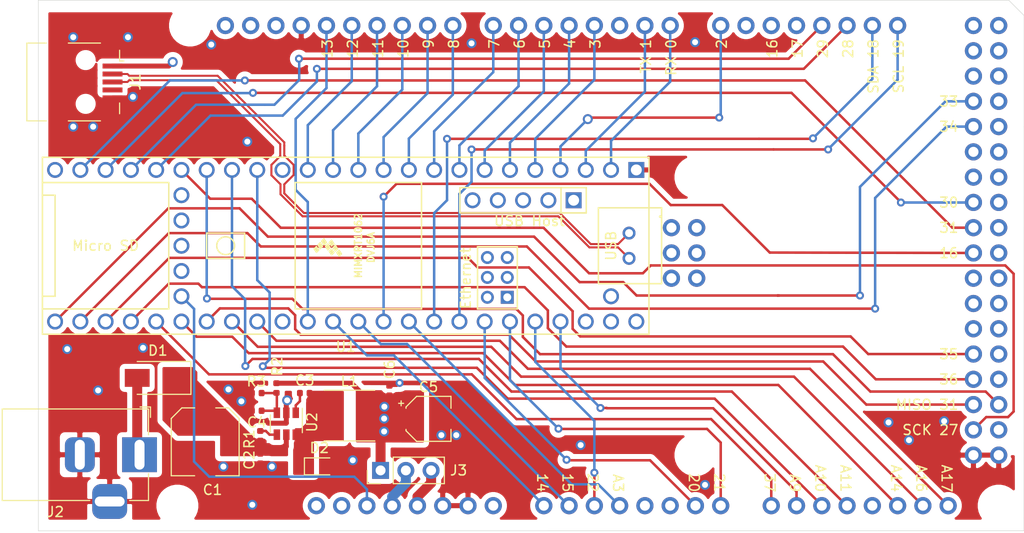
<source format=kicad_pcb>
(kicad_pcb (version 20171130) (host pcbnew "(5.1.5)-3")
  (layers (0 F.Cu signal) (1 In1.Cu signal hide) (2 In2.Cu signal hide) (31 B.Cu signal) (34 B.Paste user hide) (35 F.Paste user hide) (36 B.SilkS user hide) (37 F.SilkS user) (38 B.Mask user hide) (39 F.Mask user hide) (44 Edge.Cuts user))
  (net 0 "")
  (net 1 GND)
  (net 2 /D+)
  (net 3 /D-)
  (net 4 /VBUS)
  (net 5 /ON_OFF)
  (net 6 "Net-(U1-Pad53)")
  (net 7 "Net-(U1-Pad50)")
  (net 8 "Net-(U1-Pad62)")
  (net 9 "Net-(U1-Pad63)")
  (net 10 "Net-(U1-Pad64)")
  (net 11 "Net-(U1-Pad61)")
  (net 12 "Net-(U1-Pad65)")
  (net 13 "Net-(U1-Pad60)")
  (net 14 /A11)
  (net 15 /MOSI)
  (net 16 /SCK)
  (net 17 /Z_MAX)
  (net 18 /A10)
  (net 19 /D12)
  (net 20 /Z_MIN)
  (net 21 /E1_DIR)
  (net 22 /E1_STEP)
  (net 23 /E_EN)
  (net 24 /E0_STEP)
  (net 25 /Z_STEP)
  (net 26 /Z_DIR)
  (net 27 /Z_EN)
  (net 28 /THERM0)
  (net 29 /MISO)
  (net 30 /THERM1)
  (net 31 /THERM2)
  (net 32 /D11)
  (net 33 /D10)
  (net 34 /D9)
  (net 35 /D8)
  (net 36 /D7)
  (net 37 /D6)
  (net 38 /D5)
  (net 39 /D4)
  (net 40 /Y_MIN)
  (net 41 /X_MIN)
  (net 42 /TX)
  (net 43 /RX)
  (net 44 /LED)
  (net 45 /X_STEP)
  (net 46 /X_DIR)
  (net 47 /X_EN)
  (net 48 /A3)
  (net 49 /SDA)
  (net 50 /SCL)
  (net 51 /Y_STEP)
  (net 52 /Y_DIR)
  (net 53 /Y_EN)
  (net 54 /A9)
  (net 55 "Net-(U1-Pad55)")
  (net 56 "Net-(U1-Pad56)")
  (net 57 "Net-(U1-Pad57)")
  (net 58 "Net-(U1-Pad58)")
  (net 59 "Net-(U1-Pad59)")
  (net 60 "Net-(XA1-PadMISO)")
  (net 61 /D53)
  (net 62 /D49)
  (net 63 /D47)
  (net 64 /D45)
  (net 65 /D44)
  (net 66 /D43)
  (net 67 /D42)
  (net 68 /D41)
  (net 69 /D40)
  (net 70 /D39)
  (net 71 /D37)
  (net 72 /D35)
  (net 73 /D33)
  (net 74 /D32)
  (net 75 /D31)
  (net 76 /E1_EN)
  (net 77 /D29)
  (net 78 /E0_DIR)
  (net 79 /D27)
  (net 80 /D25)
  (net 81 /E0_EN)
  (net 82 /D23)
  (net 83 /D22)
  (net 84 /A12)
  (net 85 /A5)
  (net 86 /A4)
  (net 87 "Net-(XA1-PadAREF)")
  (net 88 /X_MAX)
  (net 89 /D16)
  (net 90 /D17)
  (net 91 /Y_MAX)
  (net 92 "Net-(XA1-PadIORF)")
  (net 93 "Net-(XA1-Pad5V2)")
  (net 94 "Net-(XA1-PadSCK)")
  (net 95 "Net-(XA1-PadMOSI)")
  (net 96 "Net-(XA1-PadGND4)")
  (net 97 "Net-(XA1-PadRST2)")
  (net 98 "Net-(XA1-PadSDA)")
  (net 99 "Net-(XA1-PadSCL)")
  (net 100 "Net-(C1-Pad1)")
  (net 101 "Net-(C3-Pad2)")
  (net 102 "Net-(C3-Pad1)")
  (net 103 "Net-(C4-Pad1)")
  (net 104 +5V)
  (net 105 "Net-(D1-Pad2)")
  (net 106 "Net-(J1-Pad4)")
  (net 107 "Net-(R1-Pad1)")
  (net 108 +3V3)
  (net 109 "Net-(J3-Pad2)")
  (module Arduino:Arduino_Mega2560_Shield (layer F.Cu) (at 101.4978 104.1296)
    (fp_text reference XA1 hide)
    (fp_text value Arduino_Mega2560_Shield hide)
    (fp_text user . (at 62.484 -32.004) (layer F.SilkS))
    (pad MISO thru_hole oval (at 63.627 -30.48) (size 1.7272 1.7272) (drill 1.016) (layers *.Cu *.Mask) (net 60 "Net-(XA1-PadMISO)"))
    (pad GND6 thru_hole oval (at 96.52 -7.62) (size 1.7272 1.7272) (drill 1.016) (layers *.Cu *.Mask) (net 1 GND))
    (pad GND5 thru_hole oval (at 93.98 -7.62) (size 1.7272 1.7272) (drill 1.016) (layers *.Cu *.Mask) (net 1 GND))
    (pad D53 thru_hole oval (at 96.52 -10.16) (size 1.7272 1.7272) (drill 1.016) (layers *.Cu *.Mask) (net 61 /D53))
    (pad D52 thru_hole oval (at 93.98 -10.16) (size 1.7272 1.7272) (drill 1.016) (layers *.Cu *.Mask) (net 16 /SCK))
    (pad D51 thru_hole oval (at 96.52 -12.7) (size 1.7272 1.7272) (drill 1.016) (layers *.Cu *.Mask) (net 15 /MOSI))
    (pad D50 thru_hole oval (at 93.98 -12.7) (size 1.7272 1.7272) (drill 1.016) (layers *.Cu *.Mask) (net 29 /MISO))
    (pad D49 thru_hole oval (at 96.52 -15.24) (size 1.7272 1.7272) (drill 1.016) (layers *.Cu *.Mask) (net 62 /D49))
    (pad D48 thru_hole oval (at 93.98 -15.24) (size 1.7272 1.7272) (drill 1.016) (layers *.Cu *.Mask) (net 26 /Z_DIR))
    (pad D47 thru_hole oval (at 96.52 -17.78) (size 1.7272 1.7272) (drill 1.016) (layers *.Cu *.Mask) (net 63 /D47))
    (pad D46 thru_hole oval (at 93.98 -17.78) (size 1.7272 1.7272) (drill 1.016) (layers *.Cu *.Mask) (net 25 /Z_STEP))
    (pad D45 thru_hole oval (at 96.52 -20.32) (size 1.7272 1.7272) (drill 1.016) (layers *.Cu *.Mask) (net 64 /D45))
    (pad D44 thru_hole oval (at 93.98 -20.32) (size 1.7272 1.7272) (drill 1.016) (layers *.Cu *.Mask) (net 65 /D44))
    (pad D43 thru_hole oval (at 96.52 -22.86) (size 1.7272 1.7272) (drill 1.016) (layers *.Cu *.Mask) (net 66 /D43))
    (pad D42 thru_hole oval (at 93.98 -22.86) (size 1.7272 1.7272) (drill 1.016) (layers *.Cu *.Mask) (net 67 /D42))
    (pad D41 thru_hole oval (at 96.52 -25.4) (size 1.7272 1.7272) (drill 1.016) (layers *.Cu *.Mask) (net 68 /D41))
    (pad D40 thru_hole oval (at 93.98 -25.4) (size 1.7272 1.7272) (drill 1.016) (layers *.Cu *.Mask) (net 69 /D40))
    (pad D39 thru_hole oval (at 96.52 -27.94) (size 1.7272 1.7272) (drill 1.016) (layers *.Cu *.Mask) (net 70 /D39))
    (pad D38 thru_hole oval (at 93.98 -27.94) (size 1.7272 1.7272) (drill 1.016) (layers *.Cu *.Mask) (net 47 /X_EN))
    (pad D37 thru_hole oval (at 96.52 -30.48) (size 1.7272 1.7272) (drill 1.016) (layers *.Cu *.Mask) (net 71 /D37))
    (pad D36 thru_hole oval (at 93.98 -30.48) (size 1.7272 1.7272) (drill 1.016) (layers *.Cu *.Mask) (net 22 /E1_STEP))
    (pad D35 thru_hole oval (at 96.52 -33.02) (size 1.7272 1.7272) (drill 1.016) (layers *.Cu *.Mask) (net 72 /D35))
    (pad D34 thru_hole oval (at 93.98 -33.02) (size 1.7272 1.7272) (drill 1.016) (layers *.Cu *.Mask) (net 21 /E1_DIR))
    (pad D33 thru_hole oval (at 96.52 -35.56) (size 1.7272 1.7272) (drill 1.016) (layers *.Cu *.Mask) (net 73 /D33))
    (pad D32 thru_hole oval (at 93.98 -35.56) (size 1.7272 1.7272) (drill 1.016) (layers *.Cu *.Mask) (net 74 /D32))
    (pad D31 thru_hole oval (at 96.52 -38.1) (size 1.7272 1.7272) (drill 1.016) (layers *.Cu *.Mask) (net 75 /D31))
    (pad D30 thru_hole oval (at 93.98 -38.1) (size 1.7272 1.7272) (drill 1.016) (layers *.Cu *.Mask) (net 76 /E1_EN))
    (pad D29 thru_hole oval (at 96.52 -40.64) (size 1.7272 1.7272) (drill 1.016) (layers *.Cu *.Mask) (net 77 /D29))
    (pad D28 thru_hole oval (at 93.98 -40.64) (size 1.7272 1.7272) (drill 1.016) (layers *.Cu *.Mask) (net 78 /E0_DIR))
    (pad D27 thru_hole oval (at 96.52 -43.18) (size 1.7272 1.7272) (drill 1.016) (layers *.Cu *.Mask) (net 79 /D27))
    (pad D26 thru_hole oval (at 93.98 -43.18) (size 1.7272 1.7272) (drill 1.016) (layers *.Cu *.Mask) (net 24 /E0_STEP))
    (pad D25 thru_hole oval (at 96.52 -45.72) (size 1.7272 1.7272) (drill 1.016) (layers *.Cu *.Mask) (net 80 /D25))
    (pad D24 thru_hole oval (at 93.98 -45.72) (size 1.7272 1.7272) (drill 1.016) (layers *.Cu *.Mask) (net 81 /E0_EN))
    (pad D23 thru_hole oval (at 96.52 -48.26) (size 1.7272 1.7272) (drill 1.016) (layers *.Cu *.Mask) (net 82 /D23))
    (pad D22 thru_hole oval (at 93.98 -48.26) (size 1.7272 1.7272) (drill 1.016) (layers *.Cu *.Mask) (net 83 /D22))
    (pad 5V4 thru_hole oval (at 96.52 -50.8) (size 1.7272 1.7272) (drill 1.016) (layers *.Cu *.Mask) (net 108 +3V3))
    (pad 5V3 thru_hole oval (at 93.98 -50.8) (size 1.7272 1.7272) (drill 1.016) (layers *.Cu *.Mask) (net 108 +3V3))
    (pad A15 thru_hole oval (at 91.44 -2.54) (size 1.7272 1.7272) (drill 1.016) (layers *.Cu *.Mask) (net 31 /THERM2))
    (pad A14 thru_hole oval (at 88.9 -2.54) (size 1.7272 1.7272) (drill 1.016) (layers *.Cu *.Mask) (net 30 /THERM1))
    (pad A13 thru_hole oval (at 86.36 -2.54) (size 1.7272 1.7272) (drill 1.016) (layers *.Cu *.Mask) (net 28 /THERM0))
    (pad A12 thru_hole oval (at 83.82 -2.54) (size 1.7272 1.7272) (drill 1.016) (layers *.Cu *.Mask) (net 84 /A12))
    (pad A11 thru_hole oval (at 81.28 -2.54) (size 1.7272 1.7272) (drill 1.016) (layers *.Cu *.Mask) (net 14 /A11))
    (pad A10 thru_hole oval (at 78.74 -2.54) (size 1.7272 1.7272) (drill 1.016) (layers *.Cu *.Mask) (net 18 /A10))
    (pad A9 thru_hole oval (at 76.2 -2.54) (size 1.7272 1.7272) (drill 1.016) (layers *.Cu *.Mask) (net 54 /A9))
    (pad A8 thru_hole oval (at 73.66 -2.54) (size 1.7272 1.7272) (drill 1.016) (layers *.Cu *.Mask) (net 27 /Z_EN))
    (pad A7 thru_hole oval (at 68.58 -2.54) (size 1.7272 1.7272) (drill 1.016) (layers *.Cu *.Mask) (net 52 /Y_DIR))
    (pad A6 thru_hole oval (at 66.04 -2.54) (size 1.7272 1.7272) (drill 1.016) (layers *.Cu *.Mask) (net 51 /Y_STEP))
    (pad A5 thru_hole oval (at 63.5 -2.54) (size 1.7272 1.7272) (drill 1.016) (layers *.Cu *.Mask) (net 85 /A5))
    (pad A4 thru_hole oval (at 60.96 -2.54) (size 1.7272 1.7272) (drill 1.016) (layers *.Cu *.Mask) (net 86 /A4))
    (pad A3 thru_hole oval (at 58.42 -2.54) (size 1.7272 1.7272) (drill 1.016) (layers *.Cu *.Mask) (net 48 /A3))
    (pad A2 thru_hole oval (at 55.88 -2.54) (size 1.7272 1.7272) (drill 1.016) (layers *.Cu *.Mask) (net 53 /Y_EN))
    (pad A1 thru_hole oval (at 53.34 -2.54) (size 1.7272 1.7272) (drill 1.016) (layers *.Cu *.Mask) (net 46 /X_DIR))
    (pad "" thru_hole oval (at 27.94 -2.54) (size 1.7272 1.7272) (drill 1.016) (layers *.Cu *.Mask))
    (pad D11 thru_hole oval (at 34.036 -50.8) (size 1.7272 1.7272) (drill 1.016) (layers *.Cu *.Mask) (net 32 /D11))
    (pad D12 thru_hole oval (at 31.496 -50.8) (size 1.7272 1.7272) (drill 1.016) (layers *.Cu *.Mask) (net 19 /D12))
    (pad D13 thru_hole oval (at 28.956 -50.8) (size 1.7272 1.7272) (drill 1.016) (layers *.Cu *.Mask) (net 44 /LED))
    (pad AREF thru_hole oval (at 23.876 -50.8) (size 1.7272 1.7272) (drill 1.016) (layers *.Cu *.Mask) (net 87 "Net-(XA1-PadAREF)"))
    (pad SDA thru_hole oval (at 21.336 -50.8) (size 1.7272 1.7272) (drill 1.016) (layers *.Cu *.Mask) (net 98 "Net-(XA1-PadSDA)"))
    (pad SCL thru_hole oval (at 18.796 -50.8) (size 1.7272 1.7272) (drill 1.016) (layers *.Cu *.Mask) (net 99 "Net-(XA1-PadSCL)"))
    (pad "" np_thru_hole circle (at 13.97 -2.54) (size 3.2 3.2) (drill 3.2) (layers *.Cu *.Mask))
    (pad "" np_thru_hole circle (at 96.52 -2.54) (size 3.2 3.2) (drill 3.2) (layers *.Cu *.Mask))
    (pad "" np_thru_hole circle (at 15.24 -50.8) (size 3.2 3.2) (drill 3.2) (layers *.Cu *.Mask))
    (pad "" np_thru_hole circle (at 90.17 -50.8) (size 3.2 3.2) (drill 3.2) (layers *.Cu *.Mask))
    (pad "" np_thru_hole circle (at 66.04 -35.56) (size 3.2 3.2) (drill 3.2) (layers *.Cu *.Mask))
    (pad "" np_thru_hole circle (at 66.04 -7.62) (size 3.2 3.2) (drill 3.2) (layers *.Cu *.Mask))
    (pad D10 thru_hole oval (at 36.576 -50.8) (size 1.7272 1.7272) (drill 1.016) (layers *.Cu *.Mask) (net 33 /D10))
    (pad D9 thru_hole oval (at 39.116 -50.8) (size 1.7272 1.7272) (drill 1.016) (layers *.Cu *.Mask) (net 34 /D9))
    (pad D8 thru_hole oval (at 41.656 -50.8) (size 1.7272 1.7272) (drill 1.016) (layers *.Cu *.Mask) (net 35 /D8))
    (pad GND1 thru_hole oval (at 26.416 -50.8) (size 1.7272 1.7272) (drill 1.016) (layers *.Cu *.Mask) (net 1 GND))
    (pad D7 thru_hole oval (at 45.72 -50.8) (size 1.7272 1.7272) (drill 1.016) (layers *.Cu *.Mask) (net 36 /D7))
    (pad D6 thru_hole oval (at 48.26 -50.8) (size 1.7272 1.7272) (drill 1.016) (layers *.Cu *.Mask) (net 37 /D6))
    (pad D5 thru_hole oval (at 50.8 -50.8) (size 1.7272 1.7272) (drill 1.016) (layers *.Cu *.Mask) (net 38 /D5))
    (pad D4 thru_hole oval (at 53.34 -50.8) (size 1.7272 1.7272) (drill 1.016) (layers *.Cu *.Mask) (net 39 /D4))
    (pad D3 thru_hole oval (at 55.88 -50.8) (size 1.7272 1.7272) (drill 1.016) (layers *.Cu *.Mask) (net 41 /X_MIN))
    (pad D2 thru_hole oval (at 58.42 -50.8) (size 1.7272 1.7272) (drill 1.016) (layers *.Cu *.Mask) (net 88 /X_MAX))
    (pad D1 thru_hole oval (at 60.96 -50.8) (size 1.7272 1.7272) (drill 1.016) (layers *.Cu *.Mask) (net 42 /TX))
    (pad D0 thru_hole oval (at 63.5 -50.8) (size 1.7272 1.7272) (drill 1.016) (layers *.Cu *.Mask) (net 43 /RX))
    (pad D14 thru_hole oval (at 68.58 -50.8) (size 1.7272 1.7272) (drill 1.016) (layers *.Cu *.Mask) (net 40 /Y_MIN))
    (pad D15 thru_hole oval (at 71.12 -50.8) (size 1.7272 1.7272) (drill 1.016) (layers *.Cu *.Mask) (net 91 /Y_MAX))
    (pad D16 thru_hole oval (at 73.66 -50.8) (size 1.7272 1.7272) (drill 1.016) (layers *.Cu *.Mask) (net 89 /D16))
    (pad D17 thru_hole oval (at 76.2 -50.8) (size 1.7272 1.7272) (drill 1.016) (layers *.Cu *.Mask) (net 90 /D17))
    (pad D18 thru_hole oval (at 78.74 -50.8) (size 1.7272 1.7272) (drill 1.016) (layers *.Cu *.Mask) (net 20 /Z_MIN))
    (pad D19 thru_hole oval (at 81.28 -50.8) (size 1.7272 1.7272) (drill 1.016) (layers *.Cu *.Mask) (net 17 /Z_MAX))
    (pad D20 thru_hole oval (at 83.82 -50.8) (size 1.7272 1.7272) (drill 1.016) (layers *.Cu *.Mask) (net 49 /SDA))
    (pad D21 thru_hole oval (at 86.36 -50.8) (size 1.7272 1.7272) (drill 1.016) (layers *.Cu *.Mask) (net 50 /SCL))
    (pad IORF thru_hole oval (at 30.48 -2.54) (size 1.7272 1.7272) (drill 1.016) (layers *.Cu *.Mask) (net 92 "Net-(XA1-PadIORF)"))
    (pad RST1 thru_hole oval (at 33.02 -2.54) (size 1.7272 1.7272) (drill 1.016) (layers *.Cu *.Mask) (net 5 /ON_OFF))
    (pad 3V3 thru_hole oval (at 35.56 -2.54) (size 1.7272 1.7272) (drill 1.016) (layers *.Cu *.Mask) (net 109 "Net-(J3-Pad2)"))
    (pad 5V1 thru_hole oval (at 38.1 -2.54) (size 1.7272 1.7272) (drill 1.016) (layers *.Cu *.Mask) (net 108 +3V3))
    (pad GND2 thru_hole oval (at 40.64 -2.54) (size 1.7272 1.7272) (drill 1.016) (layers *.Cu *.Mask) (net 1 GND))
    (pad GND3 thru_hole oval (at 43.18 -2.54) (size 1.7272 1.7272) (drill 1.016) (layers *.Cu *.Mask) (net 1 GND))
    (pad VIN thru_hole oval (at 45.72 -2.54) (size 1.7272 1.7272) (drill 1.016) (layers *.Cu *.Mask) (net 105 "Net-(D1-Pad2)"))
    (pad A0 thru_hole oval (at 50.8 -2.54) (size 1.7272 1.7272) (drill 1.016) (layers *.Cu *.Mask) (net 45 /X_STEP))
    (pad 5V2 thru_hole oval (at 66.167 -30.48) (size 1.7272 1.7272) (drill 1.016) (layers *.Cu *.Mask) (net 93 "Net-(XA1-Pad5V2)"))
    (pad SCK thru_hole oval (at 63.627 -27.94) (size 1.7272 1.7272) (drill 1.016) (layers *.Cu *.Mask) (net 94 "Net-(XA1-PadSCK)"))
    (pad MOSI thru_hole oval (at 66.167 -27.94) (size 1.7272 1.7272) (drill 1.016) (layers *.Cu *.Mask) (net 95 "Net-(XA1-PadMOSI)"))
    (pad GND4 thru_hole oval (at 66.167 -25.4) (size 1.7272 1.7272) (drill 1.016) (layers *.Cu *.Mask) (net 96 "Net-(XA1-PadGND4)"))
    (pad RST2 thru_hole oval (at 63.627 -25.4) (size 1.7272 1.7272) (drill 1.016) (layers *.Cu *.Mask) (net 97 "Net-(XA1-PadRST2)"))
  )
  (module Diode_SMD:D_SOD-323 (layer F.Cu) (at 129.7366 97.6376)
    (fp_text reference D2 (at 0 -1.85) (layer F.SilkS))
    (fp_text value BAT60AE6327)
    (pad 2 smd rect (at 1.05 0) (size 0.6 0.45) (layers F.Cu F.Paste F.Mask) (net 1 GND))
    (pad 1 smd rect (at -1.05 0) (size 0.6 0.45) (layers F.Cu F.Paste F.Mask) (net 102 "Net-(C3-Pad1)"))
  )
  (module Capacitor_SMD:CP_Elec_4x5.3 (layer F.Cu) (at 140.7062 92.8624)
    (fp_text reference C5 (at 0 -3.2) (layer F.SilkS))
    (fp_text value "22uF, 16V")
    (pad 2 smd roundrect (at 1.8 0) (size 2.6 1.6) (layers F.Cu F.Paste F.Mask) (roundrect_rratio 0.15625) (net 1 GND))
    (pad 1 smd roundrect (at -1.8 0) (size 2.6 1.6) (layers F.Cu F.Paste F.Mask) (roundrect_rratio 0.15625) (net 104 +5V))
  )
  (module Connector_PinHeader_2.54mm:PinHeader_1x03_P2.54mm_Vertical (layer F.Cu) (at 135.89 98.044 90)
    (fp_text reference J3 (at 0 7.8416 180) (layer F.SilkS))
    (fp_text value Conn_01x03)
    (pad 3 thru_hole oval (at 0 5.08 90) (size 1.7 1.7) (drill 1) (layers *.Cu *.Mask) (net 108 +3V3))
    (pad 2 thru_hole oval (at 0 2.54 90) (size 1.7 1.7) (drill 1) (layers *.Cu *.Mask) (net 109 "Net-(J3-Pad2)"))
    (pad 1 thru_hole rect (at 0 0 90) (size 1.7 1.7) (drill 1) (layers *.Cu *.Mask) (net 104 +5V))
  )
  (module Teensy:Teensy41 (layer F.Cu) (at 132.3848 75.4634 180)
    (fp_text reference U1 (at 0 -10.16) (layer F.SilkS))
    (fp_text value Teensy4.1)
    (fp_text user "USB Host" (at -18.4658 2.4892) (layer F.SilkS))
    (fp_text user Ethernet (at -12.065 -3.2766 90) (layer F.SilkS))
    (fp_text user USB (at -26.67 0 270) (layer F.SilkS))
    (fp_text user "Micro SD" (at 24.13 0) (layer F.SilkS))
    (fp_text user MIMXRT1062 (at -1.27 0 270) (layer F.SilkS) (effects (font (size 0.7 0.7))))
    (fp_text user DVJ6A (at -2.54 -0.18 270) (layer F.SilkS) (effects (font (size 0.7 0.7))))
    (pad 67 thru_hole circle (at -28.48 -1.27 180) (size 1.3 1.3) (drill 0.8) (layers *.Cu *.Mask) (net 2 /D+))
    (pad 66 thru_hole circle (at -28.48 1.27 180) (size 1.3 1.3) (drill 0.8) (layers *.Cu *.Mask) (net 3 /D-))
    (pad 54 thru_hole circle (at 16.51 -5.08 180) (size 1.6 1.6) (drill 1.1) (layers *.Cu *.Mask) (net 5 /ON_OFF))
    (pad 53 thru_hole circle (at 16.51 -2.54 180) (size 1.6 1.6) (drill 1.1) (layers *.Cu *.Mask) (net 6 "Net-(U1-Pad53)"))
    (pad 52 thru_hole circle (at 16.51 0 180) (size 1.6 1.6) (drill 1.1) (layers *.Cu *.Mask) (net 1 GND))
    (pad 51 thru_hole circle (at 16.51 2.54 180) (size 1.6 1.6) (drill 1.1) (layers *.Cu *.Mask) (net 108 +3V3))
    (pad 50 thru_hole circle (at 16.51 5.08 180) (size 1.6 1.6) (drill 1.1) (layers *.Cu *.Mask) (net 7 "Net-(U1-Pad50)"))
    (pad 62 thru_hole circle (at -16.24 -1.1816 180) (size 1.3 1.3) (drill 0.8) (layers *.Cu *.Mask) (net 8 "Net-(U1-Pad62)"))
    (pad 63 thru_hole circle (at -14.24 -1.1816 180) (size 1.3 1.3) (drill 0.8) (layers *.Cu *.Mask) (net 9 "Net-(U1-Pad63)"))
    (pad 64 thru_hole circle (at -14.24 -3.1816 180) (size 1.3 1.3) (drill 0.8) (layers *.Cu *.Mask) (net 10 "Net-(U1-Pad64)"))
    (pad 61 thru_hole circle (at -16.24 -3.1816 180) (size 1.3 1.3) (drill 0.8) (layers *.Cu *.Mask) (net 11 "Net-(U1-Pad61)"))
    (pad 65 thru_hole circle (at -14.24 -5.1816 180) (size 1.3 1.3) (drill 0.8) (layers *.Cu *.Mask) (net 12 "Net-(U1-Pad65)"))
    (pad 60 thru_hole rect (at -16.24 -5.1816 180) (size 1.3 1.3) (drill 0.8) (layers *.Cu *.Mask) (net 13 "Net-(U1-Pad60)"))
    (pad 17 thru_hole circle (at 11.43 7.62 180) (size 1.6 1.6) (drill 1.1) (layers *.Cu *.Mask) (net 14 /A11))
    (pad 18 thru_hole circle (at 13.97 7.62 180) (size 1.6 1.6) (drill 1.1) (layers *.Cu *.Mask) (net 15 /MOSI))
    (pad 19 thru_hole circle (at 16.51 7.62 180) (size 1.6 1.6) (drill 1.1) (layers *.Cu *.Mask) (net 16 /SCK))
    (pad 20 thru_hole circle (at 19.05 7.62 180) (size 1.6 1.6) (drill 1.1) (layers *.Cu *.Mask) (net 17 /Z_MAX))
    (pad 16 thru_hole circle (at 8.89 7.62 180) (size 1.6 1.6) (drill 1.1) (layers *.Cu *.Mask) (net 18 /A10))
    (pad 15 thru_hole circle (at 6.35 7.62 180) (size 1.6 1.6) (drill 1.1) (layers *.Cu *.Mask) (net 108 +3V3))
    (pad 14 thru_hole circle (at 3.81 7.62 180) (size 1.6 1.6) (drill 1.1) (layers *.Cu *.Mask) (net 19 /D12))
    (pad 21 thru_hole circle (at 21.59 7.62 180) (size 1.6 1.6) (drill 1.1) (layers *.Cu *.Mask) (net 20 /Z_MIN))
    (pad 22 thru_hole circle (at 24.13 7.62 180) (size 1.6 1.6) (drill 1.1) (layers *.Cu *.Mask) (net 21 /E1_DIR))
    (pad 23 thru_hole circle (at 26.67 7.62 180) (size 1.6 1.6) (drill 1.1) (layers *.Cu *.Mask) (net 22 /E1_STEP))
    (pad 24 thru_hole circle (at 29.21 7.62 180) (size 1.6 1.6) (drill 1.1) (layers *.Cu *.Mask) (net 23 /E_EN))
    (pad 25 thru_hole circle (at 29.21 -7.62 180) (size 1.6 1.6) (drill 1.1) (layers *.Cu *.Mask) (net 24 /E0_STEP))
    (pad 26 thru_hole circle (at 26.67 -7.62 180) (size 1.6 1.6) (drill 1.1) (layers *.Cu *.Mask) (net 78 /E0_DIR))
    (pad 27 thru_hole circle (at 24.13 -7.62 180) (size 1.6 1.6) (drill 1.1) (layers *.Cu *.Mask) (net 25 /Z_STEP))
    (pad 28 thru_hole circle (at 21.59 -7.62 180) (size 1.6 1.6) (drill 1.1) (layers *.Cu *.Mask) (net 26 /Z_DIR))
    (pad 29 thru_hole circle (at 19.05 -7.62 180) (size 1.6 1.6) (drill 1.1) (layers *.Cu *.Mask) (net 27 /Z_EN))
    (pad 30 thru_hole circle (at 16.51 -7.62 180) (size 1.6 1.6) (drill 1.1) (layers *.Cu *.Mask) (net 28 /THERM0))
    (pad 31 thru_hole circle (at 13.97 -7.62 180) (size 1.6 1.6) (drill 1.1) (layers *.Cu *.Mask) (net 29 /MISO))
    (pad 32 thru_hole circle (at 11.43 -7.62 180) (size 1.6 1.6) (drill 1.1) (layers *.Cu *.Mask) (net 30 /THERM1))
    (pad 33 thru_hole circle (at 8.89 -7.62 180) (size 1.6 1.6) (drill 1.1) (layers *.Cu *.Mask) (net 31 /THERM2))
    (pad 34 thru_hole circle (at 6.35 -7.62 180) (size 1.6 1.6) (drill 1.1) (layers *.Cu *.Mask) (net 1 GND))
    (pad 13 thru_hole circle (at 1.27 7.62 180) (size 1.6 1.6) (drill 1.1) (layers *.Cu *.Mask) (net 32 /D11))
    (pad 12 thru_hole circle (at -1.27 7.62 180) (size 1.6 1.6) (drill 1.1) (layers *.Cu *.Mask) (net 33 /D10))
    (pad 11 thru_hole circle (at -3.81 7.62 180) (size 1.6 1.6) (drill 1.1) (layers *.Cu *.Mask) (net 34 /D9))
    (pad 10 thru_hole circle (at -6.35 7.62 180) (size 1.6 1.6) (drill 1.1) (layers *.Cu *.Mask) (net 35 /D8))
    (pad 9 thru_hole circle (at -8.89 7.62 180) (size 1.6 1.6) (drill 1.1) (layers *.Cu *.Mask) (net 36 /D7))
    (pad 8 thru_hole circle (at -11.43 7.62 180) (size 1.6 1.6) (drill 1.1) (layers *.Cu *.Mask) (net 37 /D6))
    (pad 7 thru_hole circle (at -13.97 7.62 180) (size 1.6 1.6) (drill 1.1) (layers *.Cu *.Mask) (net 38 /D5))
    (pad 6 thru_hole circle (at -16.51 7.62 180) (size 1.6 1.6) (drill 1.1) (layers *.Cu *.Mask) (net 39 /D4))
    (pad 5 thru_hole circle (at -19.05 7.62 180) (size 1.6 1.6) (drill 1.1) (layers *.Cu *.Mask) (net 41 /X_MIN))
    (pad 4 thru_hole circle (at -21.59 7.62 180) (size 1.6 1.6) (drill 1.1) (layers *.Cu *.Mask) (net 40 /Y_MIN))
    (pad 3 thru_hole circle (at -24.13 7.62 180) (size 1.6 1.6) (drill 1.1) (layers *.Cu *.Mask) (net 42 /TX))
    (pad 2 thru_hole circle (at -26.67 7.62 180) (size 1.6 1.6) (drill 1.1) (layers *.Cu *.Mask) (net 43 /RX))
    (pad 1 thru_hole rect (at -29.21 7.62 180) (size 1.6 1.6) (drill 1.1) (layers *.Cu *.Mask) (net 1 GND))
    (pad 35 thru_hole circle (at 3.81 -7.62 180) (size 1.6 1.6) (drill 1.1) (layers *.Cu *.Mask) (net 44 /LED))
    (pad 36 thru_hole circle (at 1.27 -7.62 180) (size 1.6 1.6) (drill 1.1) (layers *.Cu *.Mask) (net 45 /X_STEP))
    (pad 37 thru_hole circle (at -1.27 -7.62 180) (size 1.6 1.6) (drill 1.1) (layers *.Cu *.Mask) (net 46 /X_DIR))
    (pad 38 thru_hole circle (at -3.81 -7.62 180) (size 1.6 1.6) (drill 1.1) (layers *.Cu *.Mask) (net 47 /X_EN))
    (pad 39 thru_hole circle (at -6.35 -7.62 180) (size 1.6 1.6) (drill 1.1) (layers *.Cu *.Mask) (net 48 /A3))
    (pad 40 thru_hole circle (at -8.89 -7.62 180) (size 1.6 1.6) (drill 1.1) (layers *.Cu *.Mask) (net 49 /SDA))
    (pad 41 thru_hole circle (at -11.43 -7.62 180) (size 1.6 1.6) (drill 1.1) (layers *.Cu *.Mask) (net 50 /SCL))
    (pad 42 thru_hole circle (at -13.97 -7.62 180) (size 1.6 1.6) (drill 1.1) (layers *.Cu *.Mask) (net 51 /Y_STEP))
    (pad 43 thru_hole circle (at -16.51 -7.62 180) (size 1.6 1.6) (drill 1.1) (layers *.Cu *.Mask) (net 52 /Y_DIR))
    (pad 44 thru_hole circle (at -19.05 -7.62 180) (size 1.6 1.6) (drill 1.1) (layers *.Cu *.Mask) (net 53 /Y_EN))
    (pad 45 thru_hole circle (at -21.59 -7.62 180) (size 1.6 1.6) (drill 1.1) (layers *.Cu *.Mask) (net 54 /A9))
    (pad 46 thru_hole circle (at -24.13 -7.62 180) (size 1.6 1.6) (drill 1.1) (layers *.Cu *.Mask) (net 108 +3V3))
    (pad 47 thru_hole circle (at -26.67 -7.62 180) (size 1.6 1.6) (drill 1.1) (layers *.Cu *.Mask) (net 1 GND))
    (pad 48 thru_hole circle (at -29.21 -7.62 180) (size 1.6 1.6) (drill 1.1) (layers *.Cu *.Mask) (net 104 +5V))
    (pad 55 thru_hole rect (at -22.9108 4.5692 180) (size 1.6 1.6) (drill 1.1) (layers *.Cu *.Mask) (net 55 "Net-(U1-Pad55)"))
    (pad 56 thru_hole circle (at -20.3708 4.5692 180) (size 1.6 1.6) (drill 1.1) (layers *.Cu *.Mask) (net 56 "Net-(U1-Pad56)"))
    (pad 57 thru_hole circle (at -17.8308 4.5692 180) (size 1.6 1.6) (drill 1.1) (layers *.Cu *.Mask) (net 57 "Net-(U1-Pad57)"))
    (pad 58 thru_hole circle (at -15.2908 4.5692 180) (size 1.6 1.6) (drill 1.1) (layers *.Cu *.Mask) (net 58 "Net-(U1-Pad58)"))
    (pad 59 thru_hole circle (at -12.7508 4.5692 180) (size 1.6 1.6) (drill 1.1) (layers *.Cu *.Mask) (net 59 "Net-(U1-Pad59)"))
    (pad 49 thru_hole circle (at -26.67 -5.08 180) (size 1.6 1.6) (drill 1.1) (layers *.Cu *.Mask) (net 4 /VBUS))
  )
  (module Package_TO_SOT_SMD:SOT-23-6 (layer F.Cu) (at 126.4158 93.3528 270)
    (fp_text reference U2 (at -0.1528 -2.5842 90) (layer F.SilkS))
    (fp_text value AOZ1280)
    (pad 5 smd rect (at 1.1 0 270) (size 1.06 0.65) (layers F.Cu F.Paste F.Mask) (net 100 "Net-(C1-Pad1)"))
    (pad 6 smd rect (at 1.1 -0.95 270) (size 1.06 0.65) (layers F.Cu F.Paste F.Mask) (net 102 "Net-(C3-Pad1)"))
    (pad 4 smd rect (at 1.1 0.95 270) (size 1.06 0.65) (layers F.Cu F.Paste F.Mask) (net 107 "Net-(R1-Pad1)"))
    (pad 3 smd rect (at -1.1 0.95 270) (size 1.06 0.65) (layers F.Cu F.Paste F.Mask) (net 103 "Net-(C4-Pad1)"))
    (pad 2 smd rect (at -1.1 0 270) (size 1.06 0.65) (layers F.Cu F.Paste F.Mask) (net 1 GND))
    (pad 1 smd rect (at -1.1 -0.95 270) (size 1.06 0.65) (layers F.Cu F.Paste F.Mask) (net 101 "Net-(C3-Pad2)"))
  )
  (module Resistor_SMD:R_0402_1005Metric (layer F.Cu) (at 123.4464 90.2716 180)
    (fp_text reference R3 (at 0.0464 1.1716) (layer F.SilkS))
    (fp_text value 9.53K)
    (pad 1 smd roundrect (at -0.485 0 180) (size 0.59 0.64) (layers F.Cu F.Paste F.Mask) (net 103 "Net-(C4-Pad1)"))
    (pad 2 smd roundrect (at 0.485 0 180) (size 0.59 0.64) (layers F.Cu F.Paste F.Mask) (net 1 GND))
  )
  (module Resistor_SMD:R_0402_1005Metric (layer F.Cu) (at 125.4252 89.766 270)
    (fp_text reference R2 (at -2.166 -0.0748 90) (layer F.SilkS))
    (fp_text value 49.9K)
    (pad 2 smd roundrect (at 0.485 0 270) (size 0.59 0.64) (layers F.Cu F.Paste F.Mask) (net 103 "Net-(C4-Pad1)"))
    (pad 1 smd roundrect (at -0.485 0 270) (size 0.59 0.64) (layers F.Cu F.Paste F.Mask) (net 104 +5V))
  )
  (module Resistor_SMD:R_0402_1005Metric (layer F.Cu) (at 123.7996 94.5666 270)
    (fp_text reference R1 (at 0.3334 1.0996 90) (layer F.SilkS))
    (fp_text value 49.9K)
    (pad 2 smd roundrect (at 0.485 0 270) (size 0.59 0.64) (layers F.Cu F.Paste F.Mask) (net 100 "Net-(C1-Pad1)"))
    (pad 1 smd roundrect (at -0.485 0 270) (size 0.59 0.64) (layers F.Cu F.Paste F.Mask) (net 107 "Net-(R1-Pad1)"))
  )
  (module Inductor_SMD:L_Taiyo-Yuden_NR-50xx (layer F.Cu) (at 132.7624 92.5322)
    (fp_text reference L1 (at 0 -3.45) (layer F.SilkS))
    (fp_text value 4.7uH)
    (pad 2 smd rect (at 1.8 0) (size 1.5 4.2) (layers F.Cu F.Paste F.Mask) (net 104 +5V))
    (pad 1 smd rect (at -1.8 0) (size 1.5 4.2) (layers F.Cu F.Paste F.Mask) (net 102 "Net-(C3-Pad1)"))
  )
  (module Connector_BarrelJack:BarrelJack_Horizontal (layer F.Cu) (at 111.664 96.4692)
    (fp_text reference J2 (at -8.45 5.75) (layer F.SilkS))
    (fp_text value Barrel_Jack_Switch)
    (pad 3 thru_hole roundrect (at -3 4.7) (size 3.5 3.5) (drill oval 3 1) (layers *.Cu *.Mask) (net 1 GND))
    (pad 2 thru_hole roundrect (at -6 0) (size 3 3.5) (drill oval 1 3) (layers *.Cu *.Mask) (net 1 GND))
    (pad 1 thru_hole rect (at 0 0) (size 3.5 3.5) (drill oval 1 3) (layers *.Cu *.Mask) (net 105 "Net-(D1-Pad2)"))
  )
  (module Connector_USB:USB_Mini-B_Lumberg_2486_01_Horizontal (layer F.Cu) (at 106.2482 59.0042 270)
    (fp_text reference J1 (at 0 -5 90) (layer F.SilkS))
    (fp_text value USB_B_Mini)
    (pad "" np_thru_hole circle (at 2.2 0 270) (size 1 1) (drill 1) (layers *.Cu *.Mask))
    (pad "" np_thru_hole circle (at -2.2 0 270) (size 1 1) (drill 1) (layers *.Cu *.Mask))
    (pad 6 smd rect (at 4.45 2.85 270) (size 2 1.7) (layers F.Cu F.Paste F.Mask) (net 1 GND))
    (pad 6 smd rect (at 4.45 -2.6 270) (size 2 1.7) (layers F.Cu F.Paste F.Mask) (net 1 GND))
    (pad 6 smd rect (at -4.45 2.85 270) (size 2 1.7) (layers F.Cu F.Paste F.Mask) (net 1 GND))
    (pad 6 smd rect (at -4.45 -2.6 270) (size 2 1.7) (layers F.Cu F.Paste F.Mask) (net 1 GND))
    (pad 5 smd rect (at 1.6 -2.7 270) (size 0.5 2) (layers F.Cu F.Paste F.Mask) (net 1 GND))
    (pad 4 smd rect (at 0.8 -2.7 270) (size 0.5 2) (layers F.Cu F.Paste F.Mask) (net 106 "Net-(J1-Pad4)"))
    (pad 3 smd rect (at 0 -2.7 270) (size 0.5 2) (layers F.Cu F.Paste F.Mask) (net 2 /D+))
    (pad 2 smd rect (at -0.8 -2.7 270) (size 0.5 2) (layers F.Cu F.Paste F.Mask) (net 3 /D-))
    (pad 1 smd rect (at -1.6 -2.7 270) (size 0.5 2) (layers F.Cu F.Paste F.Mask) (net 4 /VBUS))
  )
  (module Diode_SMD:D_SMA (layer F.Cu) (at 113.4298 88.7476 180)
    (fp_text reference D1 (at -0.0702 2.7476) (layer F.SilkS))
    (fp_text value "1A SMA")
    (pad 2 smd rect (at 2 0 180) (size 2.5 1.8) (layers F.Cu F.Paste F.Mask) (net 105 "Net-(D1-Pad2)"))
    (pad 1 smd rect (at -2 0 180) (size 2.5 1.8) (layers F.Cu F.Paste F.Mask) (net 100 "Net-(C1-Pad1)"))
  )
  (module Capacitor_SMD:C_0402_1005Metric (layer F.Cu) (at 136.779 90.02 90)
    (fp_text reference C6 (at 2.12 0.021 90) (layer F.SilkS))
    (fp_text value 1uF)
    (pad 2 smd roundrect (at 0.485 0 90) (size 0.59 0.64) (layers F.Cu F.Paste F.Mask) (net 1 GND))
    (pad 1 smd roundrect (at -0.485 0 90) (size 0.59 0.64) (layers F.Cu F.Paste F.Mask) (net 104 +5V))
  )
  (module Capacitor_SMD:C_0402_1005Metric (layer F.Cu) (at 123.4464 92.0496 180)
    (fp_text reference C4 (at 0 -1.17) (layer F.SilkS))
    (fp_text value 18pF)
    (pad 2 smd roundrect (at 0.485 0 180) (size 0.59 0.64) (layers F.Cu F.Paste F.Mask) (net 1 GND))
    (pad 1 smd roundrect (at -0.485 0 180) (size 0.59 0.64) (layers F.Cu F.Paste F.Mask) (net 103 "Net-(C4-Pad1)"))
  )
  (module Capacitor_SMD:C_0402_1005Metric (layer F.Cu) (at 128.2676 90.2716 180)
    (fp_text reference C3 (at 0 1.2716) (layer F.SilkS))
    (fp_text value 0.1uF)
    (pad 2 smd roundrect (at 0.485 0 180) (size 0.59 0.64) (layers F.Cu F.Paste F.Mask) (net 101 "Net-(C3-Pad2)"))
    (pad 1 smd roundrect (at -0.485 0 180) (size 0.59 0.64) (layers F.Cu F.Paste F.Mask) (net 102 "Net-(C3-Pad1)"))
  )
  (module Capacitor_SMD:C_0402_1005Metric (layer F.Cu) (at 123.7996 96.8526 270)
    (fp_text reference C2 (at 0.1474 1.0996 90) (layer F.SilkS))
    (fp_text value 0.1uF)
    (pad 2 smd roundrect (at 0.485 0 270) (size 0.59 0.64) (layers F.Cu F.Paste F.Mask) (net 1 GND))
    (pad 1 smd roundrect (at -0.485 0 270) (size 0.59 0.64) (layers F.Cu F.Paste F.Mask) (net 100 "Net-(C1-Pad1)"))
  )
  (module Capacitor_SMD:C_Elec_6.3x7.7 (layer F.Cu) (at 118.2624 95.1713 270)
    (fp_text reference C1 (at 4.8287 -0.7376 180) (layer F.SilkS))
    (fp_text value "100uF, 35V")
    (pad 2 smd roundrect (at 2.5375 0 270) (size 3.325 1.6) (layers F.Cu F.Paste F.Mask) (roundrect_rratio 0.15625) (net 1 GND))
    (pad 1 smd roundrect (at -2.5375 0 270) (size 3.325 1.6) (layers F.Cu F.Paste F.Mask) (roundrect_rratio 0.15625) (net 100 "Net-(C1-Pad1)"))
  )
  (gr_line (start 200.55 102.87) (end 200.56 63.5) (layer Edge.Cuts) (width 0.05))
  (gr_text 14 (at 152.146 100.33 -90) (layer F.SilkS) (effects (font (size 1 1)) (justify right)))
  (gr_text 15 (at 154.686 100.33 -90) (layer F.SilkS) (effects (font (size 1 1)) (justify right)))
  (gr_text 22 (at 157.226 100.33 -90) (layer F.SilkS) (effects (font (size 1 1)) (justify right)))
  (gr_text A3 (at 159.766 100.33 -90) (layer F.SilkS) (effects (font (size 1 1)) (justify right)))
  (gr_text 20 (at 167.386 100.33 -90) (layer F.SilkS) (effects (font (size 1 1)) (justify right)))
  (gr_text 21 (at 169.926 100.33 -90) (layer F.SilkS) (effects (font (size 1 1)) (justify right)))
  (gr_text 37 (at 175.006 100.33 -90) (layer F.SilkS) (effects (font (size 1 1)) (justify right)))
  (gr_text A9 (at 177.546 100.33 -90) (layer F.SilkS) (effects (font (size 1 1)) (justify right)))
  (gr_text A10 (at 180.086 100.33 -90) (layer F.SilkS) (effects (font (size 1 1)) (justify right)))
  (gr_text A11 (at 182.626 100.33 -90) (layer F.SilkS) (effects (font (size 1 1)) (justify right)))
  (gr_text A14 (at 187.706 100.33 -90) (layer F.SilkS) (effects (font (size 1 1)) (justify right)))
  (gr_text A16 (at 190.246 100.33 -90) (layer F.SilkS) (effects (font (size 1 1)) (justify right)))
  (gr_text A17 (at 192.786 100.33 -90) (layer F.SilkS) (effects (font (size 1 1)) (justify right)))
  (gr_text "SCK 27" (at 194.056 93.98) (layer F.SilkS) (effects (font (size 1 1)) (justify right)))
  (gr_text "MISO 31" (at 194.056 91.44) (layer F.SilkS) (effects (font (size 1 1)) (justify right)))
  (gr_text 36 (at 194.056 88.9) (layer F.SilkS) (effects (font (size 1 1)) (justify right)))
  (gr_text 35 (at 194.056 86.36) (layer F.SilkS) (effects (font (size 1 1)) (justify right)))
  (gr_text 16 (at 194.056 76.2) (layer F.SilkS) (effects (font (size 1 1)) (justify right)))
  (gr_text 31 (at 194.056 73.66) (layer F.SilkS) (effects (font (size 1 1)) (justify right)))
  (gr_text 30 (at 194.056 71.12) (layer F.SilkS) (effects (font (size 1 1)) (justify right)))
  (gr_text 34 (at 194.056 63.5) (layer F.SilkS) (effects (font (size 1 1)) (justify right)))
  (gr_text 33 (at 194.056 60.96) (layer F.SilkS) (effects (font (size 1 1)) (justify right)))
  (gr_text 2 (at 170.18 54.61 90) (layer F.SilkS) (effects (font (size 1 1)) (justify right)))
  (gr_text 16 (at 175.26 54.61 90) (layer F.SilkS) (effects (font (size 1 1)) (justify right)))
  (gr_text 17 (at 177.8 54.61 90) (layer F.SilkS) (effects (font (size 1 1)) (justify right)))
  (gr_text 29 (at 180.34 54.61 90) (layer F.SilkS) (effects (font (size 1 1)) (justify right)))
  (gr_text 28 (at 182.88 54.61 90) (layer F.SilkS) (effects (font (size 1 1)) (justify right)))
  (gr_text "SDA 18" (at 185.42 54.61 90) (layer F.SilkS) (effects (font (size 1 1)) (justify right)))
  (gr_text "SCL 19" (at 187.96 54.61 90) (layer F.SilkS) (effects (font (size 1 1)) (justify right)))
  (gr_text 13 (at 130.556 54.61 90) (layer F.SilkS) (effects (font (size 1 1)) (justify right)))
  (gr_text 12 (at 133.096 54.61 90) (layer F.SilkS) (effects (font (size 1 1)) (justify right)))
  (gr_text 11 (at 135.636 54.61 90) (layer F.SilkS) (effects (font (size 1 1)) (justify right)))
  (gr_text 10 (at 138.176 54.61 90) (layer F.SilkS) (effects (font (size 1 1)) (justify right)))
  (gr_text 9 (at 140.716 54.61 90) (layer F.SilkS) (effects (font (size 1 1)) (justify right)))
  (gr_text 8 (at 143.256 54.61 90) (layer F.SilkS) (effects (font (size 1 1)) (justify right)))
  (gr_text 7 (at 147.32 54.61 90) (layer F.SilkS) (effects (font (size 1 1)) (justify right)))
  (gr_text 6 (at 149.86 54.61 90) (layer F.SilkS) (effects (font (size 1 1)) (justify right)))
  (gr_text 5 (at 152.4 54.61 90) (layer F.SilkS) (effects (font (size 1 1)) (justify right)))
  (gr_text 4 (at 154.94 54.61 90) (layer F.SilkS) (effects (font (size 1 1)) (justify right)))
  (gr_text "TX 1" (at 162.56 54.61 90) (layer F.SilkS) (effects (font (size 1 1)) (justify right)))
  (gr_text "RX 0" (at 165.1 54.61 90) (layer F.SilkS) (effects (font (size 1 1)) (justify right)))
  (gr_text 3 (at 157.48 54.61 90) (layer F.SilkS) (effects (font (size 1 1)) (justify right)))
  (gr_line (start 101.5 104.12) (end 200.55 104.11) (layer Edge.Cuts) (width 0.05))
  (gr_line (start 101.5 50.79) (end 101.5 104.12) (layer Edge.Cuts) (width 0.05))
  (gr_line (start 101.51 50.79) (end 101.5 50.79) (layer Edge.Cuts) (width 0.05))
  (gr_line (start 199.03 50.79) (end 101.51 50.79) (layer Edge.Cuts) (width 0.05))
  (gr_line (start 200.56 52.32) (end 199.03 50.79) (layer Edge.Cuts) (width 0.05))
  (gr_line (start 200.56 63.5) (end 200.56 52.32) (layer Edge.Cuts) (width 0.05))
  (gr_line (start 200.55 104.11) (end 200.55 102.87) (layer Edge.Cuts) (width 0.05))
  (segment (start 118.2624 97.7088) (end 120.0454 97.7088) (width 0.5) (layer F.Cu) (net 1))
  (via (at 120.0912 97.663) (size 1) (drill 0.6) (layers F.Cu B.Cu) (net 1))
  (segment (start 120.0454 97.7088) (end 120.0912 97.663) (width 0.5) (layer F.Cu) (net 1))
  (via (at 126.5 91) (size 1) (drill 0.6) (layers F.Cu B.Cu) (net 1))
  (segment (start 126.4158 92.2528) (end 126.4158 91.0842) (width 0.5) (layer F.Cu) (net 1))
  (segment (start 126.4158 91.0842) (end 126.5 91) (width 0.5) (layer F.Cu) (net 1))
  (via (at 121.9 91.1) (size 1) (drill 0.6) (layers F.Cu B.Cu) (net 1))
  (segment (start 121.9614 91.1614) (end 121.9 91.1) (width 0.5) (layer F.Cu) (net 1))
  (segment (start 122.9614 91.1614) (end 122.9614 90.2716) (width 0.5) (layer F.Cu) (net 1))
  (segment (start 122.9614 91.1614) (end 121.9614 91.1614) (width 0.5) (layer F.Cu) (net 1))
  (segment (start 122.9614 92.0496) (end 122.9614 91.1614) (width 0.5) (layer F.Cu) (net 1))
  (segment (start 142 93.7686) (end 142.9062 92.8624) (width 0.5) (layer F.Cu) (net 1))
  (via (at 142 94.5) (size 1) (drill 0.6) (layers F.Cu B.Cu) (net 1))
  (segment (start 142 94.5) (end 142 93.7686) (width 0.5) (layer F.Cu) (net 1))
  (via (at 143.5 94.5) (size 1) (drill 0.6) (layers F.Cu B.Cu) (net 1))
  (segment (start 142.9062 92.8624) (end 143.5 93.4562) (width 0.5) (layer F.Cu) (net 1))
  (segment (start 143.5 93.4562) (end 143.5 94.5) (width 0.5) (layer F.Cu) (net 1))
  (via (at 110.5 54.5) (size 1) (drill 0.6) (layers F.Cu B.Cu) (net 1))
  (segment (start 108.8482 54.5542) (end 110.4458 54.5542) (width 0.5) (layer F.Cu) (net 1))
  (segment (start 110.4458 54.5542) (end 110.5 54.5) (width 0.5) (layer F.Cu) (net 1))
  (via (at 105 54.5) (size 1) (drill 0.6) (layers F.Cu B.Cu) (net 1))
  (segment (start 103.3982 54.5542) (end 104.9458 54.5542) (width 0.5) (layer F.Cu) (net 1))
  (segment (start 104.9458 54.5542) (end 105 54.5) (width 0.5) (layer F.Cu) (net 1))
  (via (at 105 63.5) (size 1) (drill 0.6) (layers F.Cu B.Cu) (net 1))
  (segment (start 103.3982 63.4542) (end 104.9542 63.4542) (width 0.5) (layer F.Cu) (net 1))
  (segment (start 104.9542 63.4542) (end 105 63.5) (width 0.5) (layer F.Cu) (net 1))
  (via (at 107 63.5) (size 1) (drill 0.6) (layers F.Cu B.Cu) (net 1))
  (segment (start 108.8482 63.4542) (end 107.0458 63.4542) (width 0.5) (layer F.Cu) (net 1))
  (segment (start 107.0458 63.4542) (end 107 63.5) (width 0.5) (layer F.Cu) (net 1))
  (segment (start 108.9482 60.6042) (end 110.8958 60.6042) (width 0.5) (layer F.Cu) (net 1))
  (via (at 111 60.5) (size 1) (drill 0.6) (layers F.Cu B.Cu) (net 1))
  (segment (start 110.8958 60.6042) (end 111 60.5) (width 0.5) (layer F.Cu) (net 1))
  (via (at 107.5 90) (size 1) (drill 0.6) (layers F.Cu B.Cu) (net 1))
  (via (at 123 101.5) (size 1) (drill 0.6) (layers F.Cu B.Cu) (net 1))
  (via (at 156 95.5) (size 1) (drill 0.6) (layers F.Cu B.Cu) (net 1))
  (via (at 168.5 99.5) (size 1) (drill 0.6) (layers F.Cu B.Cu) (net 1))
  (via (at 189 95) (size 1) (drill 0.6) (layers F.Cu B.Cu) (net 1))
  (via (at 167.5 55) (size 1) (drill 0.6) (layers F.Cu B.Cu) (net 1))
  (via (at 122.5 65) (size 1) (drill 0.6) (layers F.Cu B.Cu) (net 1))
  (segment (start 137.515 89.535) (end 137.8 89.25) (width 0.25) (layer F.Cu) (net 1))
  (via (at 137.8 89.25) (size 0.8) (drill 0.4) (layers F.Cu B.Cu) (net 1))
  (segment (start 136.779 89.535) (end 137.515 89.535) (width 0.25) (layer F.Cu) (net 1))
  (via (at 133.096 97.028) (size 1) (drill 0.6) (layers F.Cu B.Cu) (net 1))
  (segment (start 132.4864 97.6376) (end 133.096 97.028) (width 0.5) (layer F.Cu) (net 1))
  (segment (start 131.7366 97.6376) (end 132.4864 97.6376) (width 0.5) (layer F.Cu) (net 1))
  (segment (start 126.4158 92.2528) (end 126.4158 93.2842) (width 0.5) (layer F.Cu) (net 1))
  (segment (start 126.4158 93.2842) (end 126.4 93.3) (width 0.5) (layer F.Cu) (net 1))
  (segment (start 126.4 93.3) (end 124.6 93.3) (width 0.5) (layer F.Cu) (net 1))
  (via (at 120.6 89.9) (size 1) (drill 0.6) (layers F.Cu B.Cu) (net 1))
  (via (at 145.034 55.118) (size 1) (drill 0.6) (layers F.Cu B.Cu) (net 1))
  (via (at 186.944 93.218) (size 1) (drill 0.6) (layers F.Cu B.Cu) (net 1))
  (via (at 192.532 93.091) (size 1) (drill 0.6) (layers F.Cu B.Cu) (net 1))
  (via (at 118.872 55.245) (size 1) (drill 0.6) (layers F.Cu B.Cu) (net 1))
  (via (at 112.014 85.725) (size 1) (drill 0.6) (layers F.Cu B.Cu) (net 1))
  (via (at 104.394 85.852) (size 1) (drill 0.6) (layers F.Cu B.Cu) (net 1))
  (segment (start 124.6426 97.3376) (end 123.7996 97.3376) (width 0.5) (layer F.Cu) (net 1))
  (via (at 124.968 97.663) (size 1) (drill 0.6) (layers F.Cu B.Cu) (net 1))
  (segment (start 124.968 97.663) (end 124.6426 97.3376) (width 0.5) (layer F.Cu) (net 1))
  (segment (start 110.623201 58.8292) (end 119.3828 58.8292) (width 0.2) (layer F.Cu) (net 2))
  (segment (start 108.9482 59.0042) (end 110.448201 59.0042) (width 0.2) (layer F.Cu) (net 2))
  (segment (start 119.3828 58.8292) (end 125.8062 65.2526) (width 0.2) (layer F.Cu) (net 2))
  (segment (start 110.448201 59.0042) (end 110.623201 58.8292) (width 0.2) (layer F.Cu) (net 2))
  (segment (start 156.877686 75.62977) (end 159.76117 75.62977) (width 0.20574) (layer F.Cu) (net 2))
  (segment (start 153.753486 72.50557) (end 156.877686 75.62977) (width 0.20574) (layer F.Cu) (net 2))
  (segment (start 128.048686 72.50557) (end 153.753486 72.50557) (width 0.20574) (layer F.Cu) (net 2))
  (segment (start 125.8316 70.288484) (end 128.048686 72.50557) (width 0.20574) (layer F.Cu) (net 2))
  (segment (start 125.8062 66.4464) (end 124.9172 67.3354) (width 0.20574) (layer F.Cu) (net 2))
  (segment (start 125.8062 65.2526) (end 125.8062 66.4464) (width 0.20574) (layer F.Cu) (net 2))
  (segment (start 125.8316 69.2912) (end 125.8316 70.288484) (width 0.20574) (layer F.Cu) (net 2))
  (segment (start 124.9172 67.3354) (end 124.9172 68.3768) (width 0.20574) (layer F.Cu) (net 2))
  (segment (start 159.76117 75.62977) (end 160.8648 76.7334) (width 0.20574) (layer F.Cu) (net 2))
  (segment (start 124.9172 68.3768) (end 125.8316 69.2912) (width 0.20574) (layer F.Cu) (net 2))
  (segment (start 119.517 58.3792) (end 126.2126 65.0748) (width 0.2) (layer F.Cu) (net 3))
  (segment (start 110.623201 58.3792) (end 119.517 58.3792) (width 0.2) (layer F.Cu) (net 3))
  (segment (start 126.2126 65.0748) (end 126.2126 65.4098) (width 0.2) (layer F.Cu) (net 3))
  (segment (start 108.9482 58.2042) (end 110.448201 58.2042) (width 0.2) (layer F.Cu) (net 3))
  (segment (start 110.448201 58.2042) (end 110.623201 58.3792) (width 0.2) (layer F.Cu) (net 3))
  (segment (start 128.186514 72.17283) (end 153.891314 72.17283) (width 0.20574) (layer F.Cu) (net 3))
  (segment (start 126.2126 70.198916) (end 128.186514 72.17283) (width 0.20574) (layer F.Cu) (net 3))
  (segment (start 126.2126 69.2912) (end 126.2126 70.198916) (width 0.20574) (layer F.Cu) (net 3))
  (segment (start 127.1524 68.3514) (end 126.2126 69.2912) (width 0.20574) (layer F.Cu) (net 3))
  (segment (start 126.2126 65.4098) (end 126.2126 66.3956) (width 0.20574) (layer F.Cu) (net 3))
  (segment (start 126.2126 66.3956) (end 127.1524 67.3354) (width 0.20574) (layer F.Cu) (net 3))
  (segment (start 127.1524 67.3354) (end 127.1524 68.3514) (width 0.20574) (layer F.Cu) (net 3))
  (segment (start 159.76117 75.29703) (end 160.8648 74.1934) (width 0.20574) (layer F.Cu) (net 3))
  (segment (start 157.015514 75.29703) (end 159.76117 75.29703) (width 0.20574) (layer F.Cu) (net 3))
  (segment (start 153.891314 72.17283) (end 157.015514 75.29703) (width 0.20574) (layer F.Cu) (net 3))
  (segment (start 108.9482 57.4042) (end 114.5958 57.4042) (width 0.5) (layer F.Cu) (net 4))
  (via (at 115 57) (size 1) (drill 0.6) (layers F.Cu B.Cu) (net 4))
  (segment (start 114.5958 57.4042) (end 115 57) (width 0.5) (layer F.Cu) (net 4))
  (segment (start 115.8748 80.5434) (end 117.1448 81.8134) (width 0.25) (layer B.Cu) (net 5))
  (segment (start 117.1448 81.8134) (end 117.1448 97.155) (width 0.25) (layer B.Cu) (net 5))
  (segment (start 117.1448 97.155) (end 118.6688 98.679) (width 0.25) (layer B.Cu) (net 5))
  (segment (start 118.6688 98.679) (end 133.2484 98.679) (width 0.25) (layer B.Cu) (net 5))
  (segment (start 134.5178 99.9484) (end 134.5178 101.5896) (width 0.25) (layer B.Cu) (net 5))
  (segment (start 133.2484 98.679) (end 134.5178 99.9484) (width 0.25) (layer B.Cu) (net 5))
  (via (at 122.301 87.5538) (size 0.8) (drill 0.4) (layers F.Cu B.Cu) (net 14))
  (segment (start 122.301 87.5538) (end 122.2756 87.5284) (width 0.25) (layer B.Cu) (net 14))
  (segment (start 122.2756 87.5284) (end 122.2756 80.8482) (width 0.25) (layer B.Cu) (net 14))
  (segment (start 122.2756 80.8482) (end 120.9548 79.5274) (width 0.25) (layer B.Cu) (net 14))
  (segment (start 120.9548 79.5274) (end 120.9548 67.8434) (width 0.25) (layer B.Cu) (net 14))
  (segment (start 182.7426 101.5896) (end 182.7778 101.5896) (width 0.25) (layer F.Cu) (net 14))
  (segment (start 123.0122 86.8426) (end 145.7706 86.8426) (width 0.25) (layer F.Cu) (net 14))
  (segment (start 145.7706 86.8426) (end 149.0472 90.1192) (width 0.25) (layer F.Cu) (net 14))
  (segment (start 122.301 87.5538) (end 123.0122 86.8426) (width 0.25) (layer F.Cu) (net 14))
  (segment (start 149.0472 90.1192) (end 171.196 90.1192) (width 0.25) (layer F.Cu) (net 14))
  (segment (start 171.196 90.1192) (end 182.7426 101.5896) (width 0.25) (layer F.Cu) (net 14))
  (via (at 118.4402 80.772) (size 0.8) (drill 0.4) (layers F.Cu B.Cu) (net 15))
  (segment (start 118.4148 67.8434) (end 118.4148 80.7466) (width 0.25) (layer B.Cu) (net 15))
  (segment (start 118.4148 80.7466) (end 118.4402 80.772) (width 0.25) (layer B.Cu) (net 15))
  (segment (start 196.7074 90.1192) (end 198.0178 91.4296) (width 0.25) (layer F.Cu) (net 15))
  (segment (start 150.1902 84.6328) (end 151.9174 86.36) (width 0.25) (layer F.Cu) (net 15))
  (segment (start 185.1152 90.1192) (end 196.7074 90.1192) (width 0.25) (layer F.Cu) (net 15))
  (segment (start 118.4656 80.7974) (end 127.0254 80.7974) (width 0.25) (layer F.Cu) (net 15))
  (segment (start 149.5298 81.8134) (end 150.1902 82.4738) (width 0.25) (layer F.Cu) (net 15))
  (segment (start 118.4402 80.772) (end 118.4656 80.7974) (width 0.25) (layer F.Cu) (net 15))
  (segment (start 181.356 86.36) (end 185.1152 90.1192) (width 0.25) (layer F.Cu) (net 15))
  (segment (start 150.1902 82.4738) (end 150.1902 84.6328) (width 0.25) (layer F.Cu) (net 15))
  (segment (start 127.0254 80.7974) (end 128.0414 81.8134) (width 0.25) (layer F.Cu) (net 15))
  (segment (start 151.9174 86.36) (end 181.356 86.36) (width 0.25) (layer F.Cu) (net 15))
  (segment (start 128.0414 81.8134) (end 149.5298 81.8134) (width 0.25) (layer F.Cu) (net 15))
  (segment (start 198.9582 92.6846) (end 196.7628 92.6846) (width 0.25) (layer F.Cu) (net 16))
  (segment (start 125.857 73.66) (end 152.273 73.66) (width 0.25) (layer F.Cu) (net 16))
  (segment (start 162.2552 78.232) (end 163.0426 77.4446) (width 0.25) (layer F.Cu) (net 16))
  (segment (start 152.273 73.66) (end 156.845 78.232) (width 0.25) (layer F.Cu) (net 16))
  (segment (start 196.7628 92.6846) (end 195.4778 93.9696) (width 0.25) (layer F.Cu) (net 16))
  (segment (start 115.8748 67.8434) (end 118.7704 70.739) (width 0.25) (layer F.Cu) (net 16))
  (segment (start 122.936 70.739) (end 125.857 73.66) (width 0.25) (layer F.Cu) (net 16))
  (segment (start 118.7704 70.739) (end 122.936 70.739) (width 0.25) (layer F.Cu) (net 16))
  (segment (start 199.517 92.1258) (end 198.9582 92.6846) (width 0.25) (layer F.Cu) (net 16))
  (segment (start 156.845 78.232) (end 162.2552 78.232) (width 0.25) (layer F.Cu) (net 16))
  (segment (start 163.0426 77.4446) (end 198.6788 77.4446) (width 0.25) (layer F.Cu) (net 16))
  (segment (start 198.6788 77.4446) (end 199.517 78.2828) (width 0.25) (layer F.Cu) (net 16))
  (segment (start 199.517 78.2828) (end 199.517 92.1258) (width 0.25) (layer F.Cu) (net 16))
  (segment (start 182.7778 53.3296) (end 178.424 57.6834) (width 0.25) (layer F.Cu) (net 17))
  (segment (start 178.424 57.6834) (end 129.4892 57.6834) (width 0.25) (layer F.Cu) (net 17))
  (segment (start 126.0602 62.3824) (end 129.4892 58.9534) (width 0.25) (layer B.Cu) (net 17))
  (segment (start 129.4892 58.9534) (end 129.4892 57.6834) (width 0.25) (layer B.Cu) (net 17))
  (segment (start 113.3348 67.8434) (end 118.7958 62.3824) (width 0.25) (layer B.Cu) (net 17))
  (segment (start 118.7958 62.3824) (end 126.0602 62.3824) (width 0.25) (layer B.Cu) (net 17))
  (via (at 129.4892 57.6834) (size 0.8) (drill 0.4) (layers F.Cu B.Cu) (net 17))
  (segment (start 123.4948 67.8434) (end 123.4948 78.9178) (width 0.25) (layer B.Cu) (net 18))
  (segment (start 123.4948 78.9178) (end 124.7394 80.1624) (width 0.25) (layer B.Cu) (net 18))
  (via (at 124.0536 87.5792) (size 0.8) (drill 0.4) (layers F.Cu B.Cu) (net 18))
  (segment (start 124.7394 80.1624) (end 124.7394 86.8934) (width 0.25) (layer B.Cu) (net 18))
  (segment (start 124.7394 86.8934) (end 124.0536 87.5792) (width 0.25) (layer B.Cu) (net 18))
  (segment (start 180.2378 101.5486) (end 180.2378 101.5896) (width 0.25) (layer F.Cu) (net 18))
  (segment (start 169.4688 90.8304) (end 180.2378 101.5486) (width 0.25) (layer F.Cu) (net 18))
  (segment (start 145.5674 87.7316) (end 148.6662 90.8304) (width 0.25) (layer F.Cu) (net 18))
  (segment (start 148.6662 90.8304) (end 169.4688 90.8304) (width 0.25) (layer F.Cu) (net 18))
  (segment (start 124.206 87.7316) (end 124.0536 87.5792) (width 0.25) (layer F.Cu) (net 18))
  (segment (start 125.984 87.7316) (end 124.206 87.7316) (width 0.25) (layer F.Cu) (net 18))
  (segment (start 125.984 87.7316) (end 145.5674 87.7316) (width 0.25) (layer F.Cu) (net 18))
  (segment (start 125.6284 87.7316) (end 125.984 87.7316) (width 0.25) (layer F.Cu) (net 18))
  (segment (start 128.5748 67.8434) (end 128.5748 63.3476) (width 0.25) (layer B.Cu) (net 19))
  (segment (start 132.9938 58.9286) (end 132.9938 53.3296) (width 0.25) (layer B.Cu) (net 19))
  (segment (start 128.5748 63.3476) (end 132.9938 58.9286) (width 0.25) (layer B.Cu) (net 19))
  (segment (start 110.7948 67.8434) (end 117.348 61.2902) (width 0.25) (layer B.Cu) (net 20))
  (segment (start 117.348 61.2902) (end 124.2568 61.2902) (width 0.25) (layer B.Cu) (net 20))
  (segment (start 124.2568 61.2902) (end 125.222 61.2902) (width 0.25) (layer B.Cu) (net 20))
  (segment (start 125.222 61.2902) (end 127.7112 58.801) (width 0.25) (layer B.Cu) (net 20))
  (via (at 127.6858 56.6674) (size 0.8) (drill 0.4) (layers F.Cu B.Cu) (net 20))
  (segment (start 127.7112 58.801) (end 127.7112 56.6928) (width 0.25) (layer B.Cu) (net 20))
  (segment (start 127.7112 56.6928) (end 127.6858 56.6674) (width 0.25) (layer B.Cu) (net 20))
  (segment (start 176.9 56.6674) (end 180.2378 53.3296) (width 0.25) (layer F.Cu) (net 20))
  (segment (start 127.6858 56.6674) (end 176.9 56.6674) (width 0.25) (layer F.Cu) (net 20))
  (segment (start 108.2548 67.8434) (end 115.9764 60.1218) (width 0.25) (layer B.Cu) (net 21))
  (via (at 123.063 60.0964) (size 0.8) (drill 0.4) (layers F.Cu B.Cu) (net 21))
  (segment (start 115.9764 60.1218) (end 123.0376 60.1218) (width 0.25) (layer B.Cu) (net 21))
  (segment (start 123.0376 60.1218) (end 123.063 60.0964) (width 0.25) (layer B.Cu) (net 21))
  (segment (start 123.063 60.0964) (end 177.1904 60.0964) (width 0.25) (layer F.Cu) (net 21))
  (via (at 188.1886 71.12) (size 0.8) (drill 0.4) (layers F.Cu B.Cu) (net 21))
  (segment (start 177.1904 60.0964) (end 188.1886 71.0946) (width 0.25) (layer F.Cu) (net 21))
  (segment (start 188.1886 71.0946) (end 188.1886 71.12) (width 0.25) (layer F.Cu) (net 21))
  (segment (start 195.4674 71.12) (end 195.4778 71.1096) (width 0.25) (layer B.Cu) (net 21))
  (segment (start 188.1886 71.12) (end 195.4674 71.12) (width 0.25) (layer B.Cu) (net 21))
  (segment (start 105.7148 67.8434) (end 114.7064 58.8518) (width 0.25) (layer B.Cu) (net 22))
  (via (at 122.2502 58.8518) (size 0.8) (drill 0.4) (layers F.Cu B.Cu) (net 22))
  (segment (start 114.7064 58.8518) (end 122.2502 58.8518) (width 0.25) (layer B.Cu) (net 22))
  (segment (start 127.508 58.8518) (end 122.2502 58.8518) (width 0.25) (layer F.Cu) (net 22))
  (segment (start 178.562 58.8518) (end 127.508 58.8518) (width 0.25) (layer F.Cu) (net 22))
  (segment (start 195.4778 73.6496) (end 193.3598 73.6496) (width 0.25) (layer F.Cu) (net 22))
  (segment (start 193.3598 73.6496) (end 178.562 58.8518) (width 0.25) (layer F.Cu) (net 22))
  (segment (start 195.4778 60.9496) (end 192.6694 60.9496) (width 0.25) (layer B.Cu) (net 24))
  (via (at 184.0738 80.4672) (size 0.8) (drill 0.4) (layers F.Cu B.Cu) (net 24))
  (segment (start 192.6694 60.9496) (end 184.0738 69.5452) (width 0.25) (layer B.Cu) (net 24))
  (segment (start 184.0738 69.5452) (end 184.0738 80.4672) (width 0.25) (layer B.Cu) (net 24))
  (segment (start 184.0738 80.4672) (end 175.7934 80.4672) (width 0.25) (layer F.Cu) (net 24))
  (segment (start 175.7934 80.4672) (end 175.9602 80.4672) (width 0.25) (layer F.Cu) (net 24))
  (segment (start 160.274 79.121) (end 161.6202 80.4672) (width 0.25) (layer F.Cu) (net 24))
  (segment (start 114.554 71.7042) (end 121.7168 71.7042) (width 0.25) (layer F.Cu) (net 24))
  (segment (start 103.1748 83.0834) (end 114.554 71.7042) (width 0.25) (layer F.Cu) (net 24))
  (segment (start 155.8925 79.121) (end 160.274 79.121) (width 0.25) (layer F.Cu) (net 24))
  (segment (start 124.5616 74.549) (end 151.3205 74.549) (width 0.25) (layer F.Cu) (net 24))
  (segment (start 121.7168 71.7042) (end 124.5616 74.549) (width 0.25) (layer F.Cu) (net 24))
  (segment (start 161.6202 80.4672) (end 175.7934 80.4672) (width 0.25) (layer F.Cu) (net 24))
  (segment (start 151.3205 74.549) (end 155.8925 79.121) (width 0.25) (layer F.Cu) (net 24))
  (segment (start 184.9016 86.3496) (end 195.4778 86.3496) (width 0.25) (layer F.Cu) (net 25))
  (segment (start 183.134 84.582) (end 184.9016 86.3496) (width 0.25) (layer F.Cu) (net 25))
  (segment (start 155.194 83.82) (end 155.956 84.582) (width 0.25) (layer F.Cu) (net 25))
  (segment (start 155.194 82.042) (end 155.194 83.82) (width 0.25) (layer F.Cu) (net 25))
  (segment (start 114.6556 76.6826) (end 144.6784 76.6826) (width 0.25) (layer F.Cu) (net 25))
  (segment (start 108.2548 83.0834) (end 114.6556 76.6826) (width 0.25) (layer F.Cu) (net 25))
  (segment (start 155.956 84.582) (end 183.134 84.582) (width 0.25) (layer F.Cu) (net 25))
  (segment (start 144.6784 76.6826) (end 145.6436 77.6478) (width 0.25) (layer F.Cu) (net 25))
  (segment (start 145.6436 77.6478) (end 150.7998 77.6478) (width 0.25) (layer F.Cu) (net 25))
  (segment (start 150.7998 77.6478) (end 155.194 82.042) (width 0.25) (layer F.Cu) (net 25))
  (segment (start 182.372 85.598) (end 185.6636 88.8896) (width 0.25) (layer F.Cu) (net 26))
  (segment (start 152.7048 83.7438) (end 154.559 85.598) (width 0.25) (layer F.Cu) (net 26))
  (segment (start 154.559 85.598) (end 182.372 85.598) (width 0.25) (layer F.Cu) (net 26))
  (segment (start 152.7048 81.9658) (end 152.7048 83.7438) (width 0.25) (layer F.Cu) (net 26))
  (segment (start 114.6048 79.2734) (end 117.5766 79.2734) (width 0.25) (layer F.Cu) (net 26))
  (segment (start 110.7948 83.0834) (end 114.6048 79.2734) (width 0.25) (layer F.Cu) (net 26))
  (segment (start 185.6636 88.8896) (end 195.4778 88.8896) (width 0.25) (layer F.Cu) (net 26))
  (segment (start 150.368 79.629) (end 152.7048 81.9658) (width 0.25) (layer F.Cu) (net 26))
  (segment (start 117.5766 79.2734) (end 117.9322 79.629) (width 0.25) (layer F.Cu) (net 26))
  (segment (start 117.9322 79.629) (end 150.368 79.629) (width 0.25) (layer F.Cu) (net 26))
  (segment (start 175.1578 98.9324) (end 175.1578 101.5896) (width 0.25) (layer F.Cu) (net 27))
  (segment (start 118.6434 88.392) (end 145.0594 88.392) (width 0.25) (layer F.Cu) (net 27))
  (segment (start 113.3348 83.0834) (end 118.6434 88.392) (width 0.25) (layer F.Cu) (net 27))
  (segment (start 145.0594 88.392) (end 149.5552 92.8878) (width 0.25) (layer F.Cu) (net 27))
  (segment (start 149.5552 92.8878) (end 169.1132 92.8878) (width 0.25) (layer F.Cu) (net 27))
  (segment (start 169.1132 92.8878) (end 175.1578 98.9324) (width 0.25) (layer F.Cu) (net 27))
  (segment (start 117.3988 84.6074) (end 120.9802 84.6074) (width 0.25) (layer F.Cu) (net 28))
  (segment (start 149.4028 89.4588) (end 175.8696 89.4588) (width 0.25) (layer F.Cu) (net 28))
  (segment (start 115.8748 83.0834) (end 117.3988 84.6074) (width 0.25) (layer F.Cu) (net 28))
  (segment (start 120.9802 84.6074) (end 122.6312 86.2584) (width 0.25) (layer F.Cu) (net 28))
  (segment (start 146.2024 86.2584) (end 149.4028 89.4588) (width 0.25) (layer F.Cu) (net 28))
  (segment (start 175.8696 89.4588) (end 187.8578 101.5896) (width 0.25) (layer F.Cu) (net 28))
  (segment (start 122.6312 86.2584) (end 146.2024 86.2584) (width 0.25) (layer F.Cu) (net 28))
  (segment (start 184.7111 91.4296) (end 195.4778 91.4296) (width 0.25) (layer F.Cu) (net 29))
  (segment (start 151.4856 87.0966) (end 180.3781 87.0966) (width 0.25) (layer F.Cu) (net 29))
  (segment (start 127.8636 84.4042) (end 148.7932 84.4042) (width 0.25) (layer F.Cu) (net 29))
  (segment (start 148.7932 84.4042) (end 151.4856 87.0966) (width 0.25) (layer F.Cu) (net 29))
  (segment (start 126.619 81.7626) (end 127.3048 82.4484) (width 0.25) (layer F.Cu) (net 29))
  (segment (start 127.3048 82.4484) (end 127.3048 83.8454) (width 0.25) (layer F.Cu) (net 29))
  (segment (start 180.3781 87.0966) (end 184.7111 91.4296) (width 0.25) (layer F.Cu) (net 29))
  (segment (start 118.4148 83.0834) (end 119.7356 81.7626) (width 0.25) (layer F.Cu) (net 29))
  (segment (start 119.7356 81.7626) (end 126.619 81.7626) (width 0.25) (layer F.Cu) (net 29))
  (segment (start 127.3048 83.8454) (end 127.8636 84.4042) (width 0.25) (layer F.Cu) (net 29))
  (segment (start 121.0056 83.0834) (end 123.5456 85.6234) (width 0.25) (layer F.Cu) (net 30))
  (segment (start 123.5456 85.6234) (end 147.0152 85.6234) (width 0.25) (layer F.Cu) (net 30))
  (segment (start 177.4444 88.6206) (end 190.3978 101.5896) (width 0.25) (layer F.Cu) (net 30))
  (segment (start 120.9548 83.0834) (end 121.0056 83.0834) (width 0.25) (layer F.Cu) (net 30))
  (segment (start 147.0152 85.6234) (end 150.0124 88.6206) (width 0.25) (layer F.Cu) (net 30))
  (segment (start 150.0124 88.6206) (end 177.4444 88.6206) (width 0.25) (layer F.Cu) (net 30))
  (segment (start 179.0446 87.8332) (end 192.9378 101.5896) (width 0.25) (layer F.Cu) (net 31))
  (segment (start 150.6982 87.8332) (end 179.0446 87.8332) (width 0.25) (layer F.Cu) (net 31))
  (segment (start 147.8788 85.0138) (end 150.6982 87.8332) (width 0.25) (layer F.Cu) (net 31))
  (segment (start 123.4948 83.0834) (end 125.4252 85.0138) (width 0.25) (layer F.Cu) (net 31))
  (segment (start 125.4252 85.0138) (end 147.8788 85.0138) (width 0.25) (layer F.Cu) (net 31))
  (segment (start 131.1148 67.8434) (end 131.1148 63.8556) (width 0.25) (layer B.Cu) (net 32))
  (segment (start 135.5338 59.4366) (end 135.5338 53.3296) (width 0.25) (layer B.Cu) (net 32))
  (segment (start 131.1148 63.8556) (end 135.5338 59.4366) (width 0.25) (layer B.Cu) (net 32))
  (segment (start 133.6548 67.8434) (end 133.6548 64.1858) (width 0.25) (layer B.Cu) (net 33))
  (segment (start 138.0738 59.7668) (end 138.0738 53.3296) (width 0.25) (layer B.Cu) (net 33))
  (segment (start 133.6548 64.1858) (end 138.0738 59.7668) (width 0.25) (layer B.Cu) (net 33))
  (segment (start 136.1948 67.8434) (end 136.1948 64.5414) (width 0.25) (layer B.Cu) (net 34))
  (segment (start 140.6138 60.1224) (end 140.6138 53.3296) (width 0.25) (layer B.Cu) (net 34))
  (segment (start 136.1948 64.5414) (end 140.6138 60.1224) (width 0.25) (layer B.Cu) (net 34))
  (segment (start 138.7348 67.8434) (end 138.7348 64.6938) (width 0.25) (layer B.Cu) (net 35))
  (segment (start 143.1538 60.2748) (end 143.1538 53.3296) (width 0.25) (layer B.Cu) (net 35))
  (segment (start 138.7348 64.6938) (end 143.1538 60.2748) (width 0.25) (layer B.Cu) (net 35))
  (segment (start 147.2178 58.0142) (end 147.2178 53.3296) (width 0.25) (layer B.Cu) (net 36))
  (segment (start 141.2748 67.8434) (end 141.2748 63.9572) (width 0.25) (layer B.Cu) (net 36))
  (segment (start 141.2748 63.9572) (end 147.2178 58.0142) (width 0.25) (layer B.Cu) (net 36))
  (segment (start 149.7578 59.4366) (end 149.7578 53.3296) (width 0.25) (layer B.Cu) (net 37))
  (segment (start 143.8148 67.8434) (end 143.8148 65.3796) (width 0.25) (layer B.Cu) (net 37))
  (segment (start 143.8148 65.3796) (end 149.7578 59.4366) (width 0.25) (layer B.Cu) (net 37))
  (segment (start 146.3548 67.8434) (end 146.3548 65.8876) (width 0.25) (layer B.Cu) (net 38))
  (segment (start 152.2978 59.9446) (end 152.2978 53.3296) (width 0.25) (layer B.Cu) (net 38))
  (segment (start 146.3548 65.8876) (end 152.2978 59.9446) (width 0.25) (layer B.Cu) (net 38))
  (segment (start 148.8948 67.8434) (end 148.8948 65.1002) (width 0.25) (layer B.Cu) (net 39))
  (segment (start 154.8378 59.1572) (end 154.8378 53.3296) (width 0.25) (layer B.Cu) (net 39))
  (segment (start 148.8948 65.1002) (end 154.8378 59.1572) (width 0.25) (layer B.Cu) (net 39))
  (via (at 169.926 62.5856) (size 0.8) (drill 0.4) (layers F.Cu B.Cu) (net 40))
  (segment (start 169.926 62.6364) (end 169.926 62.5856) (width 0.25) (layer F.Cu) (net 40))
  (segment (start 170.0778 62.4338) (end 169.926 62.5856) (width 0.25) (layer B.Cu) (net 40))
  (segment (start 170.0778 53.3296) (end 170.0778 62.4338) (width 0.25) (layer B.Cu) (net 40))
  (via (at 156.718 62.738) (size 1) (drill 0.6) (layers F.Cu B.Cu) (net 40))
  (segment (start 153.9748 67.8434) (end 153.9748 65.4812) (width 0.25) (layer B.Cu) (net 40))
  (segment (start 153.9748 65.4812) (end 156.718 62.738) (width 0.25) (layer B.Cu) (net 40))
  (segment (start 156.8704 62.5856) (end 169.926 62.5856) (width 0.25) (layer F.Cu) (net 40))
  (segment (start 156.718 62.738) (end 156.8704 62.5856) (width 0.25) (layer F.Cu) (net 40))
  (segment (start 151.4348 67.8434) (end 151.4348 64.7192) (width 0.25) (layer B.Cu) (net 41))
  (segment (start 157.3778 58.7762) (end 157.3778 53.3296) (width 0.25) (layer B.Cu) (net 41))
  (segment (start 151.4348 64.7192) (end 157.3778 58.7762) (width 0.25) (layer B.Cu) (net 41))
  (segment (start 156.5148 67.8434) (end 156.5148 65.913) (width 0.25) (layer B.Cu) (net 42))
  (segment (start 162.4578 59.97) (end 162.4578 53.3296) (width 0.25) (layer B.Cu) (net 42))
  (segment (start 156.5148 65.913) (end 162.4578 59.97) (width 0.25) (layer B.Cu) (net 42))
  (segment (start 159.0548 67.8434) (end 159.0548 64.9224) (width 0.25) (layer B.Cu) (net 43))
  (segment (start 164.9978 58.9794) (end 164.9978 53.3296) (width 0.25) (layer B.Cu) (net 43))
  (segment (start 159.0548 64.9224) (end 164.9978 58.9794) (width 0.25) (layer B.Cu) (net 43))
  (segment (start 128.5748 83.0834) (end 128.5748 71.0692) (width 0.25) (layer B.Cu) (net 44))
  (segment (start 128.5748 71.0692) (end 127.3556 69.85) (width 0.25) (layer B.Cu) (net 44))
  (segment (start 127.3556 69.85) (end 127.3556 62.7126) (width 0.25) (layer B.Cu) (net 44))
  (segment (start 130.4538 59.6144) (end 130.4538 53.3296) (width 0.25) (layer B.Cu) (net 44))
  (segment (start 127.3556 62.7126) (end 130.4538 59.6144) (width 0.25) (layer B.Cu) (net 44))
  (segment (start 152.2978 101.5486) (end 152.2978 101.5896) (width 0.25) (layer B.Cu) (net 45))
  (segment (start 137.2362 86.487) (end 152.2978 101.5486) (width 0.25) (layer B.Cu) (net 45))
  (segment (start 131.1148 83.0834) (end 134.5184 86.487) (width 0.25) (layer B.Cu) (net 45))
  (segment (start 134.5184 86.487) (end 137.2362 86.487) (width 0.25) (layer B.Cu) (net 45))
  (segment (start 138.557 85.344) (end 154.8026 101.5896) (width 0.25) (layer B.Cu) (net 46))
  (segment (start 154.8026 101.5896) (end 154.8378 101.5896) (width 0.25) (layer B.Cu) (net 46))
  (segment (start 133.6548 83.0834) (end 135.9154 85.344) (width 0.25) (layer B.Cu) (net 46))
  (segment (start 135.9154 85.344) (end 138.557 85.344) (width 0.25) (layer B.Cu) (net 46))
  (via (at 136.1948 70.5358) (size 0.8) (drill 0.4) (layers F.Cu B.Cu) (net 47))
  (segment (start 136.1948 83.0834) (end 136.1948 70.5358) (width 0.25) (layer B.Cu) (net 47))
  (segment (start 136.1948 70.5358) (end 137.4902 69.2404) (width 0.25) (layer F.Cu) (net 47))
  (segment (start 137.4902 69.2404) (end 162.9156 69.2404) (width 0.25) (layer F.Cu) (net 47))
  (segment (start 170.2308 71.374) (end 175.006 76.1492) (width 0.25) (layer F.Cu) (net 47))
  (segment (start 165.0492 71.374) (end 170.2308 71.374) (width 0.25) (layer F.Cu) (net 47))
  (segment (start 162.9156 69.2404) (end 165.0492 71.374) (width 0.25) (layer F.Cu) (net 47))
  (segment (start 195.4778 76.1896) (end 175.006 76.1492) (width 0.25) (layer F.Cu) (net 47))
  (segment (start 159.908 101.5896) (end 159.9178 101.5896) (width 0.25) (layer B.Cu) (net 48))
  (segment (start 157.7594 99.441) (end 159.908 101.5896) (width 0.25) (layer B.Cu) (net 48))
  (segment (start 138.7348 83.0834) (end 155.0924 99.441) (width 0.25) (layer B.Cu) (net 48))
  (segment (start 155.0924 99.441) (end 157.7594 99.441) (width 0.25) (layer B.Cu) (net 48))
  (segment (start 141.2748 83.0834) (end 141.2748 72.1868) (width 0.25) (layer B.Cu) (net 49))
  (segment (start 141.2748 72.1868) (end 142.5702 70.8914) (width 0.25) (layer B.Cu) (net 49))
  (via (at 142.5702 64.7192) (size 0.8) (drill 0.4) (layers F.Cu B.Cu) (net 49))
  (segment (start 142.5702 70.8914) (end 142.5702 64.7192) (width 0.25) (layer B.Cu) (net 49))
  (segment (start 142.5702 64.7192) (end 173.9282 64.7192) (width 0.25) (layer F.Cu) (net 49))
  (via (at 179.3494 64.6684) (size 0.8) (drill 0.4) (layers F.Cu B.Cu) (net 49))
  (segment (start 173.9282 64.7192) (end 179.2986 64.7192) (width 0.25) (layer F.Cu) (net 49))
  (segment (start 179.2986 64.7192) (end 179.3494 64.6684) (width 0.25) (layer F.Cu) (net 49))
  (segment (start 185.3178 58.7) (end 185.3178 53.3296) (width 0.25) (layer B.Cu) (net 49))
  (segment (start 179.3494 64.6684) (end 185.3178 58.7) (width 0.25) (layer B.Cu) (net 49))
  (segment (start 143.8148 83.0834) (end 143.8148 70.2564) (width 0.25) (layer B.Cu) (net 50))
  (segment (start 143.8148 70.2564) (end 145.034 69.0372) (width 0.25) (layer B.Cu) (net 50))
  (via (at 145.034 65.786) (size 0.8) (drill 0.4) (layers F.Cu B.Cu) (net 50))
  (segment (start 145.034 69.0372) (end 145.034 65.786) (width 0.25) (layer B.Cu) (net 50))
  (segment (start 187.8434 53.3296) (end 187.8578 53.3296) (width 0.25) (layer F.Cu) (net 50))
  (segment (start 145.034 65.786) (end 175.387 65.786) (width 0.25) (layer F.Cu) (net 50))
  (segment (start 187.8578 53.3296) (end 187.8578 58.7762) (width 0.25) (layer B.Cu) (net 50))
  (via (at 180.8734 65.786) (size 0.8) (drill 0.4) (layers F.Cu B.Cu) (net 50))
  (segment (start 187.8578 58.7762) (end 180.8734 65.7606) (width 0.25) (layer B.Cu) (net 50))
  (segment (start 180.8734 65.7606) (end 180.8734 65.786) (width 0.25) (layer B.Cu) (net 50))
  (segment (start 180.8734 65.786) (end 175.387 65.786) (width 0.25) (layer F.Cu) (net 50))
  (segment (start 162.9762 97.028) (end 167.5378 101.5896) (width 0.25) (layer F.Cu) (net 51))
  (segment (start 154.6606 97.028) (end 162.9762 97.028) (width 0.25) (layer F.Cu) (net 51))
  (segment (start 154.5844 96.9772) (end 146.3548 88.7476) (width 0.25) (layer B.Cu) (net 51))
  (segment (start 146.3548 88.7476) (end 146.3548 83.0834) (width 0.25) (layer B.Cu) (net 51))
  (via (at 154.5844 96.9772) (size 0.8) (drill 0.4) (layers F.Cu B.Cu) (net 51))
  (segment (start 154.6098 96.9772) (end 154.6606 97.028) (width 0.25) (layer F.Cu) (net 51))
  (segment (start 154.5844 96.9772) (end 154.6098 96.9772) (width 0.25) (layer F.Cu) (net 51))
  (segment (start 170.0778 95.2494) (end 170.0778 101.5896) (width 0.25) (layer F.Cu) (net 52))
  (segment (start 168.7068 93.8784) (end 170.0778 95.2494) (width 0.25) (layer F.Cu) (net 52))
  (segment (start 148.8948 88.9762) (end 148.8948 83.0834) (width 0.25) (layer B.Cu) (net 52))
  (segment (start 153.7716 93.853) (end 148.8948 88.9762) (width 0.25) (layer B.Cu) (net 52))
  (segment (start 153.7716 93.853) (end 153.797 93.8784) (width 0.25) (layer F.Cu) (net 52))
  (via (at 153.7716 93.853) (size 0.8) (drill 0.4) (layers F.Cu B.Cu) (net 52))
  (segment (start 153.797 93.8784) (end 168.7068 93.8784) (width 0.25) (layer F.Cu) (net 52))
  (segment (start 151.4348 87.122) (end 151.4348 83.0834) (width 0.25) (layer B.Cu) (net 53))
  (segment (start 157.3778 93.065) (end 151.4348 87.122) (width 0.25) (layer B.Cu) (net 53))
  (via (at 157.3778 98.2726) (size 0.8) (drill 0.4) (layers F.Cu B.Cu) (net 53))
  (segment (start 157.3778 98.2726) (end 157.3778 93.065) (width 0.25) (layer B.Cu) (net 53))
  (segment (start 157.3778 101.5896) (end 157.3778 98.2726) (width 0.25) (layer F.Cu) (net 53))
  (segment (start 177.6978 100.177) (end 177.6978 101.5896) (width 0.25) (layer F.Cu) (net 54))
  (segment (start 169.3164 91.7956) (end 177.6978 100.177) (width 0.25) (layer F.Cu) (net 54))
  (segment (start 158.6484 91.7956) (end 169.3164 91.7956) (width 0.25) (layer F.Cu) (net 54))
  (segment (start 157.988 91.7702) (end 158.623 91.7702) (width 0.25) (layer F.Cu) (net 54))
  (via (at 157.988 91.7702) (size 0.8) (drill 0.4) (layers F.Cu B.Cu) (net 54))
  (segment (start 153.9748 87.757) (end 153.9748 83.0834) (width 0.25) (layer B.Cu) (net 54))
  (segment (start 157.988 91.7702) (end 153.9748 87.757) (width 0.25) (layer B.Cu) (net 54))
  (segment (start 158.623 91.7702) (end 158.6484 91.7956) (width 0.25) (layer F.Cu) (net 54))
  (segment (start 122.5042 74.1934) (end 114.6048 74.1934) (width 0.25) (layer F.Cu) (net 78))
  (segment (start 123.8504 75.5396) (end 122.5042 74.1934) (width 0.25) (layer F.Cu) (net 78))
  (segment (start 150.5966 75.5396) (end 123.8504 75.5396) (width 0.25) (layer F.Cu) (net 78))
  (segment (start 156.845 81.788) (end 150.5966 75.5396) (width 0.25) (layer F.Cu) (net 78))
  (segment (start 114.6048 74.1934) (end 105.7148 83.0834) (width 0.25) (layer F.Cu) (net 78))
  (via (at 185.5978 81.788) (size 0.8) (drill 0.4) (layers F.Cu B.Cu) (net 78))
  (segment (start 185.5978 70.6628) (end 192.771 63.4896) (width 0.25) (layer B.Cu) (net 78))
  (segment (start 185.5978 81.788) (end 185.5978 70.6628) (width 0.25) (layer B.Cu) (net 78))
  (segment (start 192.771 63.4896) (end 195.4778 63.4896) (width 0.25) (layer B.Cu) (net 78))
  (segment (start 185.5978 81.788) (end 156.845 81.788) (width 0.25) (layer F.Cu) (net 78))
  (segment (start 123.7996 95.0516) (end 123.7996 96.3676) (width 0.25) (layer F.Cu) (net 100))
  (segment (start 126.4158 94.4528) (end 126.4158 95.631) (width 0.5) (layer F.Cu) (net 100))
  (segment (start 126.4158 95.631) (end 126.0348 96.012) (width 0.5) (layer F.Cu) (net 100))
  (segment (start 127.3658 92.2528) (end 127.3658 91.506) (width 0.25) (layer F.Cu) (net 101))
  (segment (start 127.7826 91.0892) (end 127.7826 90.2716) (width 0.25) (layer F.Cu) (net 101))
  (segment (start 127.3658 91.506) (end 127.7826 91.0892) (width 0.25) (layer F.Cu) (net 101))
  (segment (start 125.4658 90.358) (end 125.5522 90.2716) (width 0.25) (layer F.Cu) (net 103))
  (segment (start 125.4658 92.2528) (end 125.4658 90.358) (width 0.25) (layer F.Cu) (net 103))
  (segment (start 125.2626 92.0496) (end 125.4658 92.2528) (width 0.25) (layer F.Cu) (net 103))
  (segment (start 123.9314 92.0496) (end 125.2626 92.0496) (width 0.25) (layer F.Cu) (net 103))
  (segment (start 123.9314 90.2716) (end 125.5522 90.2716) (width 0.25) (layer F.Cu) (net 103))
  (via (at 136.2456 92.837) (size 1) (drill 0.6) (layers F.Cu B.Cu) (net 104))
  (segment (start 138.5062 92.8624) (end 136.271 92.8624) (width 0.5) (layer F.Cu) (net 104))
  (segment (start 136.271 92.8624) (end 136.2456 92.837) (width 0.5) (layer F.Cu) (net 104))
  (via (at 136.2456 94.1324) (size 1) (drill 0.6) (layers F.Cu B.Cu) (net 104))
  (via (at 136.271 91.6432) (size 1) (drill 0.6) (layers F.Cu B.Cu) (net 104))
  (segment (start 135.89 94.488) (end 136.2456 94.1324) (width 1) (layer F.Cu) (net 104))
  (segment (start 135.89 98.044) (end 135.89 94.488) (width 1) (layer F.Cu) (net 104))
  (segment (start 134.5624 90.8744) (end 134.5624 92.5322) (width 0.5) (layer F.Cu) (net 104))
  (segment (start 125.4252 89.281) (end 132.969 89.281) (width 0.5) (layer F.Cu) (net 104))
  (segment (start 132.969 89.281) (end 134.5624 90.8744) (width 0.5) (layer F.Cu) (net 104))
  (segment (start 111.4298 96.235) (end 111.664 96.4692) (width 1) (layer F.Cu) (net 105))
  (segment (start 111.4298 88.7476) (end 111.4298 96.235) (width 1) (layer F.Cu) (net 105))
  (segment (start 123.7996 94.0816) (end 124.3584 94.0816) (width 0.25) (layer F.Cu) (net 107))
  (segment (start 124.7296 94.4528) (end 125.4658 94.4528) (width 0.25) (layer F.Cu) (net 107))
  (segment (start 124.3584 94.0816) (end 124.7296 94.4528) (width 0.25) (layer F.Cu) (net 107))
  (segment (start 139.5978 101.5896) (end 139.7 101.4874) (width 1) (layer B.Cu) (net 108))
  (segment (start 140.97 99.314) (end 140.97 98.044) (width 1) (layer F.Cu) (net 108))
  (segment (start 139.5978 100.6862) (end 140.97 99.314) (width 1) (layer F.Cu) (net 108))
  (segment (start 139.5978 101.5896) (end 139.5978 100.6862) (width 1) (layer F.Cu) (net 108))
  (segment (start 137.0578 101.5896) (end 137.0578 100.6862) (width 1) (layer B.Cu) (net 109))
  (segment (start 138.43 99.314) (end 138.43 98.044) (width 1) (layer B.Cu) (net 109))
  (segment (start 137.0578 100.6862) (end 138.43 99.314) (width 1) (layer B.Cu) (net 109))
  (zone (net 100) (net_name "Net-(C1-Pad1)") (layer F.Cu) (priority 1) (connect_pads thru_hole_only (clearance 0.508)) (min_thickness 0.254) (fill yes (arc_segments 32) (thermal_gap 0.508) (thermal_bridge_width 0.508))
    (polygon (pts (xy 117.475 88.138) (xy 117.475 88.9762) (xy 117.4496 88.9762) (xy 123.2154 94.742) (xy 124.4346 94.742) (xy 124.4346 95.3008) (xy 126.0602 95.3008) (xy 126.0602 93.8784) (xy 126.7714 93.8784) (xy 126.7714 96.6216) (xy 119.761 96.6216) (xy 119.761 94.5642) (xy 115.5192 94.5642) (xy 113.9698 93.0148) (xy 113.9698 87.6554) (xy 116.9924 87.6554)))
  )
  (zone (net 104) (net_name +5V) (layer F.Cu) (priority 1) (connect_pads thru_hole_only (clearance 0.508)) (min_thickness 0.254) (fill yes (arc_segments 32) (thermal_gap 0.508) (thermal_bridge_width 0.508))
    (polygon (pts (xy 140.2588 95.25) (xy 133.4 95.225) (xy 133.4 89.975) (xy 140.2588 90)))
  )
  (zone (net 1) (net_name GND) (layer F.Cu) (connect_pads thru_hole_only (clearance 0.508)) (min_thickness 0.254) (fill yes (arc_segments 32) (thermal_gap 0.508) (thermal_bridge_width 0.508))
    (polygon (pts (xy 199.5 53.5) (xy 199.65 103) (xy 102.5 103) (xy 102.5 52) (xy 198 52)))
  )
  (zone (net 102) (net_name "Net-(C3-Pad1)") (layer F.Cu) (priority 2) (connect_pads thru_hole_only (clearance 0.508)) (min_thickness 0.254) (fill yes (arc_segments 32) (thermal_gap 0.508) (thermal_bridge_width 0.508))
    (polygon (pts (xy 132.2 95.1) (xy 129.2 95.1) (xy 129.2 98.5) (xy 127.1 98.5) (xy 127.1 93.8) (xy 127.9 93.8) (xy 128.4 93.3) (xy 128.4 89.9) (xy 132.2 89.9)))
  )
)
</source>
